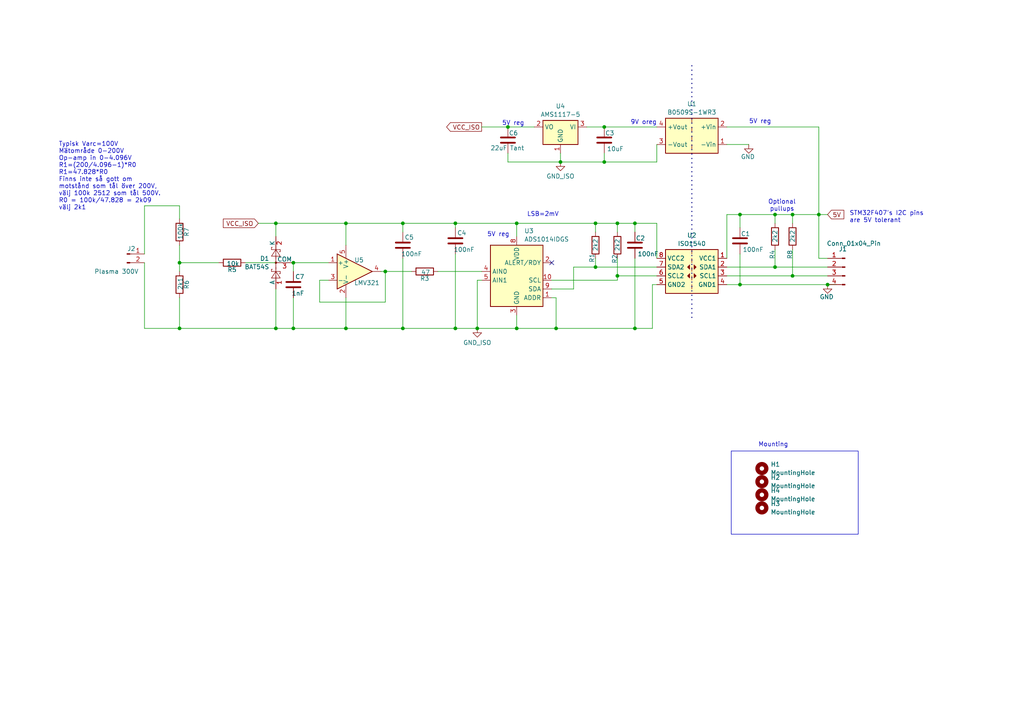
<source format=kicad_sch>
(kicad_sch
	(version 20231120)
	(generator "eeschema")
	(generator_version "8.0")
	(uuid "2f7c1153-70ce-434d-b080-3c6aade9d7b3")
	(paper "A4")
	(lib_symbols
		(symbol "Amplifier_Operational:LMV321"
			(pin_names
				(offset 0.127)
			)
			(exclude_from_sim no)
			(in_bom yes)
			(on_board yes)
			(property "Reference" "U"
				(at 0 5.08 0)
				(effects
					(font
						(size 1.27 1.27)
					)
					(justify left)
				)
			)
			(property "Value" "LMV321"
				(at 0 -5.08 0)
				(effects
					(font
						(size 1.27 1.27)
					)
					(justify left)
				)
			)
			(property "Footprint" ""
				(at 0 0 0)
				(effects
					(font
						(size 1.27 1.27)
					)
					(justify left)
					(hide yes)
				)
			)
			(property "Datasheet" "http://www.ti.com/lit/ds/symlink/lmv324.pdf"
				(at 0 0 0)
				(effects
					(font
						(size 1.27 1.27)
					)
					(hide yes)
				)
			)
			(property "Description" "Low-Voltage Rail-to-Rail Output Operational Amplifiers, SOT-23-5/SC-70-5"
				(at 0 0 0)
				(effects
					(font
						(size 1.27 1.27)
					)
					(hide yes)
				)
			)
			(property "ki_keywords" "single opamp"
				(at 0 0 0)
				(effects
					(font
						(size 1.27 1.27)
					)
					(hide yes)
				)
			)
			(property "ki_fp_filters" "SOT?23* *SC*70*"
				(at 0 0 0)
				(effects
					(font
						(size 1.27 1.27)
					)
					(hide yes)
				)
			)
			(symbol "LMV321_0_1"
				(polyline
					(pts
						(xy -5.08 5.08) (xy 5.08 0) (xy -5.08 -5.08) (xy -5.08 5.08)
					)
					(stroke
						(width 0.254)
						(type default)
					)
					(fill
						(type background)
					)
				)
				(pin power_in line
					(at -2.54 -7.62 90)
					(length 3.81)
					(name "V-"
						(effects
							(font
								(size 1.27 1.27)
							)
						)
					)
					(number "2"
						(effects
							(font
								(size 1.27 1.27)
							)
						)
					)
				)
				(pin power_in line
					(at -2.54 7.62 270)
					(length 3.81)
					(name "V+"
						(effects
							(font
								(size 1.27 1.27)
							)
						)
					)
					(number "5"
						(effects
							(font
								(size 1.27 1.27)
							)
						)
					)
				)
			)
			(symbol "LMV321_1_1"
				(pin input line
					(at -7.62 2.54 0)
					(length 2.54)
					(name "+"
						(effects
							(font
								(size 1.27 1.27)
							)
						)
					)
					(number "1"
						(effects
							(font
								(size 1.27 1.27)
							)
						)
					)
				)
				(pin input line
					(at -7.62 -2.54 0)
					(length 2.54)
					(name "-"
						(effects
							(font
								(size 1.27 1.27)
							)
						)
					)
					(number "3"
						(effects
							(font
								(size 1.27 1.27)
							)
						)
					)
				)
				(pin output line
					(at 7.62 0 180)
					(length 2.54)
					(name "~"
						(effects
							(font
								(size 1.27 1.27)
							)
						)
					)
					(number "4"
						(effects
							(font
								(size 1.27 1.27)
							)
						)
					)
				)
			)
		)
		(symbol "Analog_ADC:ADS1014IDGS"
			(exclude_from_sim no)
			(in_bom yes)
			(on_board yes)
			(property "Reference" "U"
				(at 2.54 13.97 0)
				(effects
					(font
						(size 1.27 1.27)
					)
				)
			)
			(property "Value" "ADS1014IDGS"
				(at 7.62 11.43 0)
				(effects
					(font
						(size 1.27 1.27)
					)
				)
			)
			(property "Footprint" "Package_SO:TSSOP-10_3x3mm_P0.5mm"
				(at 0 -12.7 0)
				(effects
					(font
						(size 1.27 1.27)
					)
					(hide yes)
				)
			)
			(property "Datasheet" "http://www.ti.com/lit/ds/symlink/ads1015.pdf"
				(at -1.27 -22.86 0)
				(effects
					(font
						(size 1.27 1.27)
					)
					(hide yes)
				)
			)
			(property "Description" "Ultra-Small, Low-Power, I2C-Compatible, 3.3-kSPS, 12-Bit ADCs With Internal Reference, Oscillator, and Programmable Comparator, VSSOP-10"
				(at 0 0 0)
				(effects
					(font
						(size 1.27 1.27)
					)
					(hide yes)
				)
			)
			(property "ki_keywords" "12 bit single channel I2C ADC"
				(at 0 0 0)
				(effects
					(font
						(size 1.27 1.27)
					)
					(hide yes)
				)
			)
			(property "ki_fp_filters" "TSSOP*3x3mm*P0.5mm*"
				(at 0 0 0)
				(effects
					(font
						(size 1.27 1.27)
					)
					(hide yes)
				)
			)
			(symbol "ADS1014IDGS_0_1"
				(rectangle
					(start -7.62 10.16)
					(end 7.62 -7.62)
					(stroke
						(width 0.254)
						(type default)
					)
					(fill
						(type background)
					)
				)
			)
			(symbol "ADS1014IDGS_1_1"
				(pin input line
					(at 10.16 -5.08 180)
					(length 2.54)
					(name "ADDR"
						(effects
							(font
								(size 1.27 1.27)
							)
						)
					)
					(number "1"
						(effects
							(font
								(size 1.27 1.27)
							)
						)
					)
				)
				(pin input line
					(at 10.16 0 180)
					(length 2.54)
					(name "SCL"
						(effects
							(font
								(size 1.27 1.27)
							)
						)
					)
					(number "10"
						(effects
							(font
								(size 1.27 1.27)
							)
						)
					)
				)
				(pin output line
					(at 10.16 5.08 180)
					(length 2.54)
					(name "ALERT/RDY"
						(effects
							(font
								(size 1.27 1.27)
							)
						)
					)
					(number "2"
						(effects
							(font
								(size 1.27 1.27)
							)
						)
					)
				)
				(pin power_in line
					(at 0 -10.16 90)
					(length 2.54)
					(name "GND"
						(effects
							(font
								(size 1.27 1.27)
							)
						)
					)
					(number "3"
						(effects
							(font
								(size 1.27 1.27)
							)
						)
					)
				)
				(pin input line
					(at -10.16 2.54 0)
					(length 2.54)
					(name "AIN0"
						(effects
							(font
								(size 1.27 1.27)
							)
						)
					)
					(number "4"
						(effects
							(font
								(size 1.27 1.27)
							)
						)
					)
				)
				(pin input line
					(at -10.16 0 0)
					(length 2.54)
					(name "AIN1"
						(effects
							(font
								(size 1.27 1.27)
							)
						)
					)
					(number "5"
						(effects
							(font
								(size 1.27 1.27)
							)
						)
					)
				)
				(pin no_connect line
					(at -7.62 7.62 0)
					(length 2.54) hide
					(name "~"
						(effects
							(font
								(size 1.27 1.27)
							)
						)
					)
					(number "6"
						(effects
							(font
								(size 1.27 1.27)
							)
						)
					)
				)
				(pin no_connect line
					(at -7.62 5.08 0)
					(length 2.54) hide
					(name "~"
						(effects
							(font
								(size 1.27 1.27)
							)
						)
					)
					(number "7"
						(effects
							(font
								(size 1.27 1.27)
							)
						)
					)
				)
				(pin power_in line
					(at 0 12.7 270)
					(length 2.54)
					(name "VDD"
						(effects
							(font
								(size 1.27 1.27)
							)
						)
					)
					(number "8"
						(effects
							(font
								(size 1.27 1.27)
							)
						)
					)
				)
				(pin bidirectional line
					(at 10.16 -2.54 180)
					(length 2.54)
					(name "SDA"
						(effects
							(font
								(size 1.27 1.27)
							)
						)
					)
					(number "9"
						(effects
							(font
								(size 1.27 1.27)
							)
						)
					)
				)
			)
		)
		(symbol "Connector:Conn_01x02_Pin"
			(pin_names
				(offset 1.016) hide)
			(exclude_from_sim no)
			(in_bom yes)
			(on_board yes)
			(property "Reference" "J"
				(at 0 2.54 0)
				(effects
					(font
						(size 1.27 1.27)
					)
				)
			)
			(property "Value" "Conn_01x02_Pin"
				(at 0 -5.08 0)
				(effects
					(font
						(size 1.27 1.27)
					)
				)
			)
			(property "Footprint" ""
				(at 0 0 0)
				(effects
					(font
						(size 1.27 1.27)
					)
					(hide yes)
				)
			)
			(property "Datasheet" "~"
				(at 0 0 0)
				(effects
					(font
						(size 1.27 1.27)
					)
					(hide yes)
				)
			)
			(property "Description" "Generic connector, single row, 01x02, script generated"
				(at 0 0 0)
				(effects
					(font
						(size 1.27 1.27)
					)
					(hide yes)
				)
			)
			(property "ki_locked" ""
				(at 0 0 0)
				(effects
					(font
						(size 1.27 1.27)
					)
				)
			)
			(property "ki_keywords" "connector"
				(at 0 0 0)
				(effects
					(font
						(size 1.27 1.27)
					)
					(hide yes)
				)
			)
			(property "ki_fp_filters" "Connector*:*_1x??_*"
				(at 0 0 0)
				(effects
					(font
						(size 1.27 1.27)
					)
					(hide yes)
				)
			)
			(symbol "Conn_01x02_Pin_1_1"
				(polyline
					(pts
						(xy 1.27 -2.54) (xy 0.8636 -2.54)
					)
					(stroke
						(width 0.1524)
						(type default)
					)
					(fill
						(type none)
					)
				)
				(polyline
					(pts
						(xy 1.27 0) (xy 0.8636 0)
					)
					(stroke
						(width 0.1524)
						(type default)
					)
					(fill
						(type none)
					)
				)
				(rectangle
					(start 0.8636 -2.413)
					(end 0 -2.667)
					(stroke
						(width 0.1524)
						(type default)
					)
					(fill
						(type outline)
					)
				)
				(rectangle
					(start 0.8636 0.127)
					(end 0 -0.127)
					(stroke
						(width 0.1524)
						(type default)
					)
					(fill
						(type outline)
					)
				)
				(pin passive line
					(at 5.08 0 180)
					(length 3.81)
					(name "Pin_1"
						(effects
							(font
								(size 1.27 1.27)
							)
						)
					)
					(number "1"
						(effects
							(font
								(size 1.27 1.27)
							)
						)
					)
				)
				(pin passive line
					(at 5.08 -2.54 180)
					(length 3.81)
					(name "Pin_2"
						(effects
							(font
								(size 1.27 1.27)
							)
						)
					)
					(number "2"
						(effects
							(font
								(size 1.27 1.27)
							)
						)
					)
				)
			)
		)
		(symbol "Connector:Conn_01x04_Pin"
			(pin_names
				(offset 1.016) hide)
			(exclude_from_sim no)
			(in_bom yes)
			(on_board yes)
			(property "Reference" "J"
				(at 0 5.08 0)
				(effects
					(font
						(size 1.27 1.27)
					)
				)
			)
			(property "Value" "Conn_01x04_Pin"
				(at 0 -7.62 0)
				(effects
					(font
						(size 1.27 1.27)
					)
				)
			)
			(property "Footprint" ""
				(at 0 0 0)
				(effects
					(font
						(size 1.27 1.27)
					)
					(hide yes)
				)
			)
			(property "Datasheet" "~"
				(at 0 0 0)
				(effects
					(font
						(size 1.27 1.27)
					)
					(hide yes)
				)
			)
			(property "Description" "Generic connector, single row, 01x04, script generated"
				(at 0 0 0)
				(effects
					(font
						(size 1.27 1.27)
					)
					(hide yes)
				)
			)
			(property "ki_locked" ""
				(at 0 0 0)
				(effects
					(font
						(size 1.27 1.27)
					)
				)
			)
			(property "ki_keywords" "connector"
				(at 0 0 0)
				(effects
					(font
						(size 1.27 1.27)
					)
					(hide yes)
				)
			)
			(property "ki_fp_filters" "Connector*:*_1x??_*"
				(at 0 0 0)
				(effects
					(font
						(size 1.27 1.27)
					)
					(hide yes)
				)
			)
			(symbol "Conn_01x04_Pin_1_1"
				(polyline
					(pts
						(xy 1.27 -5.08) (xy 0.8636 -5.08)
					)
					(stroke
						(width 0.1524)
						(type default)
					)
					(fill
						(type none)
					)
				)
				(polyline
					(pts
						(xy 1.27 -2.54) (xy 0.8636 -2.54)
					)
					(stroke
						(width 0.1524)
						(type default)
					)
					(fill
						(type none)
					)
				)
				(polyline
					(pts
						(xy 1.27 0) (xy 0.8636 0)
					)
					(stroke
						(width 0.1524)
						(type default)
					)
					(fill
						(type none)
					)
				)
				(polyline
					(pts
						(xy 1.27 2.54) (xy 0.8636 2.54)
					)
					(stroke
						(width 0.1524)
						(type default)
					)
					(fill
						(type none)
					)
				)
				(rectangle
					(start 0.8636 -4.953)
					(end 0 -5.207)
					(stroke
						(width 0.1524)
						(type default)
					)
					(fill
						(type outline)
					)
				)
				(rectangle
					(start 0.8636 -2.413)
					(end 0 -2.667)
					(stroke
						(width 0.1524)
						(type default)
					)
					(fill
						(type outline)
					)
				)
				(rectangle
					(start 0.8636 0.127)
					(end 0 -0.127)
					(stroke
						(width 0.1524)
						(type default)
					)
					(fill
						(type outline)
					)
				)
				(rectangle
					(start 0.8636 2.667)
					(end 0 2.413)
					(stroke
						(width 0.1524)
						(type default)
					)
					(fill
						(type outline)
					)
				)
				(pin passive line
					(at 5.08 2.54 180)
					(length 3.81)
					(name "Pin_1"
						(effects
							(font
								(size 1.27 1.27)
							)
						)
					)
					(number "1"
						(effects
							(font
								(size 1.27 1.27)
							)
						)
					)
				)
				(pin passive line
					(at 5.08 0 180)
					(length 3.81)
					(name "Pin_2"
						(effects
							(font
								(size 1.27 1.27)
							)
						)
					)
					(number "2"
						(effects
							(font
								(size 1.27 1.27)
							)
						)
					)
				)
				(pin passive line
					(at 5.08 -2.54 180)
					(length 3.81)
					(name "Pin_3"
						(effects
							(font
								(size 1.27 1.27)
							)
						)
					)
					(number "3"
						(effects
							(font
								(size 1.27 1.27)
							)
						)
					)
				)
				(pin passive line
					(at 5.08 -5.08 180)
					(length 3.81)
					(name "Pin_4"
						(effects
							(font
								(size 1.27 1.27)
							)
						)
					)
					(number "4"
						(effects
							(font
								(size 1.27 1.27)
							)
						)
					)
				)
			)
		)
		(symbol "Converter_DCDC:TEA1-0505"
			(exclude_from_sim no)
			(in_bom yes)
			(on_board yes)
			(property "Reference" "U"
				(at -7.62 6.35 0)
				(effects
					(font
						(size 1.27 1.27)
					)
					(justify left)
				)
			)
			(property "Value" "TEA1-0505"
				(at -2.54 6.35 0)
				(effects
					(font
						(size 1.27 1.27)
					)
					(justify left)
				)
			)
			(property "Footprint" "Converter_DCDC:Converter_DCDC_TRACO_TEA1-xxxx_THT"
				(at 0 -8.89 0)
				(effects
					(font
						(size 1.27 1.27)
					)
					(hide yes)
				)
			)
			(property "Datasheet" "https://www.tracopower.com/products/tea1.pdf"
				(at 0 -6.35 0)
				(effects
					(font
						(size 1.27 1.27)
					)
					(hide yes)
				)
			)
			(property "Description" "1W DC/DC converter unregulated, 4.5-5.5V input, 5V output voltage, 200mA output, 1.5kVDC isolation, SIP-4"
				(at 0 0 0)
				(effects
					(font
						(size 1.27 1.27)
					)
					(hide yes)
				)
			)
			(property "ki_keywords" "Traco isolated isolation dc-dc converter not-regulated non-regulated single 1W"
				(at 0 0 0)
				(effects
					(font
						(size 1.27 1.27)
					)
					(hide yes)
				)
			)
			(property "ki_fp_filters" "Converter*DCDC*TRACO*TEA1*THT*"
				(at 0 0 0)
				(effects
					(font
						(size 1.27 1.27)
					)
					(hide yes)
				)
			)
			(symbol "TEA1-0505_0_0"
				(pin power_in line
					(at -10.16 -2.54 0)
					(length 2.54)
					(name "-Vin"
						(effects
							(font
								(size 1.27 1.27)
							)
						)
					)
					(number "1"
						(effects
							(font
								(size 1.27 1.27)
							)
						)
					)
				)
				(pin power_in line
					(at -10.16 2.54 0)
					(length 2.54)
					(name "+Vin"
						(effects
							(font
								(size 1.27 1.27)
							)
						)
					)
					(number "2"
						(effects
							(font
								(size 1.27 1.27)
							)
						)
					)
				)
				(pin power_out line
					(at 10.16 -2.54 180)
					(length 2.54)
					(name "-Vout"
						(effects
							(font
								(size 1.27 1.27)
							)
						)
					)
					(number "3"
						(effects
							(font
								(size 1.27 1.27)
							)
						)
					)
				)
				(pin power_out line
					(at 10.16 2.54 180)
					(length 2.54)
					(name "+Vout"
						(effects
							(font
								(size 1.27 1.27)
							)
						)
					)
					(number "4"
						(effects
							(font
								(size 1.27 1.27)
							)
						)
					)
				)
			)
			(symbol "TEA1-0505_0_1"
				(rectangle
					(start -7.62 5.08)
					(end 7.62 -5.08)
					(stroke
						(width 0.254)
						(type default)
					)
					(fill
						(type background)
					)
				)
				(polyline
					(pts
						(xy 0 -2.54) (xy 0 -3.81)
					)
					(stroke
						(width 0)
						(type default)
					)
					(fill
						(type none)
					)
				)
				(polyline
					(pts
						(xy 0 0) (xy 0 -1.27)
					)
					(stroke
						(width 0)
						(type default)
					)
					(fill
						(type none)
					)
				)
				(polyline
					(pts
						(xy 0 2.54) (xy 0 1.27)
					)
					(stroke
						(width 0)
						(type default)
					)
					(fill
						(type none)
					)
				)
				(polyline
					(pts
						(xy 0 5.08) (xy 0 3.81)
					)
					(stroke
						(width 0)
						(type default)
					)
					(fill
						(type none)
					)
				)
			)
		)
		(symbol "Device:C"
			(pin_numbers hide)
			(pin_names
				(offset 0.254)
			)
			(exclude_from_sim no)
			(in_bom yes)
			(on_board yes)
			(property "Reference" "C"
				(at 0.635 2.54 0)
				(effects
					(font
						(size 1.27 1.27)
					)
					(justify left)
				)
			)
			(property "Value" "C"
				(at 0.635 -2.54 0)
				(effects
					(font
						(size 1.27 1.27)
					)
					(justify left)
				)
			)
			(property "Footprint" ""
				(at 0.9652 -3.81 0)
				(effects
					(font
						(size 1.27 1.27)
					)
					(hide yes)
				)
			)
			(property "Datasheet" "~"
				(at 0 0 0)
				(effects
					(font
						(size 1.27 1.27)
					)
					(hide yes)
				)
			)
			(property "Description" "Unpolarized capacitor"
				(at 0 0 0)
				(effects
					(font
						(size 1.27 1.27)
					)
					(hide yes)
				)
			)
			(property "ki_keywords" "cap capacitor"
				(at 0 0 0)
				(effects
					(font
						(size 1.27 1.27)
					)
					(hide yes)
				)
			)
			(property "ki_fp_filters" "C_*"
				(at 0 0 0)
				(effects
					(font
						(size 1.27 1.27)
					)
					(hide yes)
				)
			)
			(symbol "C_0_1"
				(polyline
					(pts
						(xy -2.032 -0.762) (xy 2.032 -0.762)
					)
					(stroke
						(width 0.508)
						(type default)
					)
					(fill
						(type none)
					)
				)
				(polyline
					(pts
						(xy -2.032 0.762) (xy 2.032 0.762)
					)
					(stroke
						(width 0.508)
						(type default)
					)
					(fill
						(type none)
					)
				)
			)
			(symbol "C_1_1"
				(pin passive line
					(at 0 3.81 270)
					(length 2.794)
					(name "~"
						(effects
							(font
								(size 1.27 1.27)
							)
						)
					)
					(number "1"
						(effects
							(font
								(size 1.27 1.27)
							)
						)
					)
				)
				(pin passive line
					(at 0 -3.81 90)
					(length 2.794)
					(name "~"
						(effects
							(font
								(size 1.27 1.27)
							)
						)
					)
					(number "2"
						(effects
							(font
								(size 1.27 1.27)
							)
						)
					)
				)
			)
		)
		(symbol "Device:R"
			(pin_numbers hide)
			(pin_names
				(offset 0)
			)
			(exclude_from_sim no)
			(in_bom yes)
			(on_board yes)
			(property "Reference" "R"
				(at 2.032 0 90)
				(effects
					(font
						(size 1.27 1.27)
					)
				)
			)
			(property "Value" "R"
				(at 0 0 90)
				(effects
					(font
						(size 1.27 1.27)
					)
				)
			)
			(property "Footprint" ""
				(at -1.778 0 90)
				(effects
					(font
						(size 1.27 1.27)
					)
					(hide yes)
				)
			)
			(property "Datasheet" "~"
				(at 0 0 0)
				(effects
					(font
						(size 1.27 1.27)
					)
					(hide yes)
				)
			)
			(property "Description" "Resistor"
				(at 0 0 0)
				(effects
					(font
						(size 1.27 1.27)
					)
					(hide yes)
				)
			)
			(property "ki_keywords" "R res resistor"
				(at 0 0 0)
				(effects
					(font
						(size 1.27 1.27)
					)
					(hide yes)
				)
			)
			(property "ki_fp_filters" "R_*"
				(at 0 0 0)
				(effects
					(font
						(size 1.27 1.27)
					)
					(hide yes)
				)
			)
			(symbol "R_0_1"
				(rectangle
					(start -1.016 -2.54)
					(end 1.016 2.54)
					(stroke
						(width 0.254)
						(type default)
					)
					(fill
						(type none)
					)
				)
			)
			(symbol "R_1_1"
				(pin passive line
					(at 0 3.81 270)
					(length 1.27)
					(name "~"
						(effects
							(font
								(size 1.27 1.27)
							)
						)
					)
					(number "1"
						(effects
							(font
								(size 1.27 1.27)
							)
						)
					)
				)
				(pin passive line
					(at 0 -3.81 90)
					(length 1.27)
					(name "~"
						(effects
							(font
								(size 1.27 1.27)
							)
						)
					)
					(number "2"
						(effects
							(font
								(size 1.27 1.27)
							)
						)
					)
				)
			)
		)
		(symbol "Diode:BAT54S"
			(pin_names
				(offset 0)
			)
			(exclude_from_sim no)
			(in_bom yes)
			(on_board yes)
			(property "Reference" "D"
				(at 2.54 -5.08 0)
				(effects
					(font
						(size 1.27 1.27)
					)
					(justify left)
				)
			)
			(property "Value" "BAT54S"
				(at -6.35 3.175 0)
				(effects
					(font
						(size 1.27 1.27)
					)
					(justify left)
				)
			)
			(property "Footprint" "Package_TO_SOT_SMD:SOT-23"
				(at 1.905 3.175 0)
				(effects
					(font
						(size 1.27 1.27)
					)
					(justify left)
					(hide yes)
				)
			)
			(property "Datasheet" "https://www.diodes.com/assets/Datasheets/ds11005.pdf"
				(at -3.048 0 0)
				(effects
					(font
						(size 1.27 1.27)
					)
					(hide yes)
				)
			)
			(property "Description" "Vr 30V, If 200mA, Dual schottky barrier diode, in series, SOT-323"
				(at 0 0 0)
				(effects
					(font
						(size 1.27 1.27)
					)
					(hide yes)
				)
			)
			(property "ki_keywords" "schottky diode"
				(at 0 0 0)
				(effects
					(font
						(size 1.27 1.27)
					)
					(hide yes)
				)
			)
			(property "ki_fp_filters" "SOT?23*"
				(at 0 0 0)
				(effects
					(font
						(size 1.27 1.27)
					)
					(hide yes)
				)
			)
			(symbol "BAT54S_0_1"
				(polyline
					(pts
						(xy -3.81 0) (xy -1.27 0)
					)
					(stroke
						(width 0)
						(type default)
					)
					(fill
						(type none)
					)
				)
				(polyline
					(pts
						(xy -3.175 -1.27) (xy -3.175 -1.016)
					)
					(stroke
						(width 0)
						(type default)
					)
					(fill
						(type none)
					)
				)
				(polyline
					(pts
						(xy -2.54 -1.27) (xy -3.175 -1.27)
					)
					(stroke
						(width 0)
						(type default)
					)
					(fill
						(type none)
					)
				)
				(polyline
					(pts
						(xy -2.54 -1.27) (xy -2.54 1.27)
					)
					(stroke
						(width 0)
						(type default)
					)
					(fill
						(type none)
					)
				)
				(polyline
					(pts
						(xy -2.54 1.27) (xy -1.905 1.27)
					)
					(stroke
						(width 0)
						(type default)
					)
					(fill
						(type none)
					)
				)
				(polyline
					(pts
						(xy -1.905 0) (xy 1.905 0)
					)
					(stroke
						(width 0)
						(type default)
					)
					(fill
						(type none)
					)
				)
				(polyline
					(pts
						(xy -1.905 1.27) (xy -1.905 1.016)
					)
					(stroke
						(width 0)
						(type default)
					)
					(fill
						(type none)
					)
				)
				(polyline
					(pts
						(xy 1.27 0) (xy 3.81 0)
					)
					(stroke
						(width 0)
						(type default)
					)
					(fill
						(type none)
					)
				)
				(polyline
					(pts
						(xy 3.175 -1.27) (xy 3.175 -1.016)
					)
					(stroke
						(width 0)
						(type default)
					)
					(fill
						(type none)
					)
				)
				(polyline
					(pts
						(xy 3.81 -1.27) (xy 3.175 -1.27)
					)
					(stroke
						(width 0)
						(type default)
					)
					(fill
						(type none)
					)
				)
				(polyline
					(pts
						(xy 3.81 -1.27) (xy 3.81 1.27)
					)
					(stroke
						(width 0)
						(type default)
					)
					(fill
						(type none)
					)
				)
				(polyline
					(pts
						(xy 3.81 1.27) (xy 4.445 1.27)
					)
					(stroke
						(width 0)
						(type default)
					)
					(fill
						(type none)
					)
				)
				(polyline
					(pts
						(xy 4.445 1.27) (xy 4.445 1.016)
					)
					(stroke
						(width 0)
						(type default)
					)
					(fill
						(type none)
					)
				)
				(polyline
					(pts
						(xy -4.445 1.27) (xy -4.445 -1.27) (xy -2.54 0) (xy -4.445 1.27)
					)
					(stroke
						(width 0)
						(type default)
					)
					(fill
						(type none)
					)
				)
				(polyline
					(pts
						(xy 1.905 1.27) (xy 1.905 -1.27) (xy 3.81 0) (xy 1.905 1.27)
					)
					(stroke
						(width 0)
						(type default)
					)
					(fill
						(type none)
					)
				)
				(circle
					(center 0 0)
					(radius 0.254)
					(stroke
						(width 0)
						(type default)
					)
					(fill
						(type outline)
					)
				)
			)
			(symbol "BAT54S_1_1"
				(pin passive line
					(at -7.62 0 0)
					(length 3.81)
					(name "A"
						(effects
							(font
								(size 1.27 1.27)
							)
						)
					)
					(number "1"
						(effects
							(font
								(size 1.27 1.27)
							)
						)
					)
				)
				(pin passive line
					(at 7.62 0 180)
					(length 3.81)
					(name "K"
						(effects
							(font
								(size 1.27 1.27)
							)
						)
					)
					(number "2"
						(effects
							(font
								(size 1.27 1.27)
							)
						)
					)
				)
				(pin passive line
					(at 0 -5.08 90)
					(length 5.08)
					(name "COM"
						(effects
							(font
								(size 1.27 1.27)
							)
						)
					)
					(number "3"
						(effects
							(font
								(size 1.27 1.27)
							)
						)
					)
				)
			)
		)
		(symbol "Isolator:ISO1540"
			(exclude_from_sim no)
			(in_bom yes)
			(on_board yes)
			(property "Reference" "U"
				(at -6.35 6.35 0)
				(effects
					(font
						(size 1.27 1.27)
					)
				)
			)
			(property "Value" "ISO1540"
				(at 3.81 6.35 0)
				(effects
					(font
						(size 1.27 1.27)
					)
				)
			)
			(property "Footprint" "Package_SO:SOIC-8_3.9x4.9mm_P1.27mm"
				(at 0 -8.89 0)
				(effects
					(font
						(size 1.27 1.27)
					)
					(hide yes)
				)
			)
			(property "Datasheet" "http://www.ti.com/lit/ds/symlink/iso1541.pdf"
				(at 0 1.27 0)
				(effects
					(font
						(size 1.27 1.27)
					)
					(hide yes)
				)
			)
			(property "Description" "I2C Isolator, 2.5 kVrms, Bidirectional clock and data, SOIC-8"
				(at 0 0 0)
				(effects
					(font
						(size 1.27 1.27)
					)
					(hide yes)
				)
			)
			(property "ki_keywords" "digital isolator i2c"
				(at 0 0 0)
				(effects
					(font
						(size 1.27 1.27)
					)
					(hide yes)
				)
			)
			(property "ki_fp_filters" "SOIC*3.9x4.9mm*P1.27mm*"
				(at 0 0 0)
				(effects
					(font
						(size 1.27 1.27)
					)
					(hide yes)
				)
			)
			(symbol "ISO1540_0_1"
				(rectangle
					(start -7.62 5.08)
					(end 7.62 -7.62)
					(stroke
						(width 0.254)
						(type default)
					)
					(fill
						(type background)
					)
				)
				(rectangle
					(start 0 -5.08)
					(end 0 -6.35)
					(stroke
						(width 0)
						(type default)
					)
					(fill
						(type none)
					)
				)
				(polyline
					(pts
						(xy 0 -2.54) (xy 0 -3.81)
					)
					(stroke
						(width 0)
						(type default)
					)
					(fill
						(type none)
					)
				)
				(polyline
					(pts
						(xy 0 0) (xy 0 -1.27)
					)
					(stroke
						(width 0)
						(type default)
					)
					(fill
						(type none)
					)
				)
				(polyline
					(pts
						(xy 0 2.54) (xy 0 1.27)
					)
					(stroke
						(width 0)
						(type default)
					)
					(fill
						(type none)
					)
				)
				(polyline
					(pts
						(xy 0 5.08) (xy 0 3.81)
					)
					(stroke
						(width 0)
						(type default)
					)
					(fill
						(type none)
					)
				)
				(polyline
					(pts
						(xy -0.635 0.635) (xy -1.27 0) (xy -0.635 -0.635) (xy -0.635 0.635)
					)
					(stroke
						(width 0)
						(type default)
					)
					(fill
						(type outline)
					)
				)
				(polyline
					(pts
						(xy 0.635 -1.905) (xy 1.27 -2.54) (xy 0.635 -3.175) (xy 0.635 -1.905)
					)
					(stroke
						(width 0)
						(type default)
					)
					(fill
						(type outline)
					)
				)
				(polyline
					(pts
						(xy 0.635 0.635) (xy 1.27 0) (xy 0.635 -0.635) (xy 0.635 0.635)
					)
					(stroke
						(width 0)
						(type default)
					)
					(fill
						(type outline)
					)
				)
			)
			(symbol "ISO1540_1_1"
				(polyline
					(pts
						(xy -0.635 -1.905) (xy -1.27 -2.54) (xy -0.635 -3.175) (xy -0.635 -1.905)
					)
					(stroke
						(width 0)
						(type default)
					)
					(fill
						(type outline)
					)
				)
				(pin power_in line
					(at -10.16 2.54 0)
					(length 2.54)
					(name "VCC1"
						(effects
							(font
								(size 1.27 1.27)
							)
						)
					)
					(number "1"
						(effects
							(font
								(size 1.27 1.27)
							)
						)
					)
				)
				(pin bidirectional line
					(at -10.16 0 0)
					(length 2.54)
					(name "SDA1"
						(effects
							(font
								(size 1.27 1.27)
							)
						)
					)
					(number "2"
						(effects
							(font
								(size 1.27 1.27)
							)
						)
					)
				)
				(pin bidirectional line
					(at -10.16 -2.54 0)
					(length 2.54)
					(name "SCL1"
						(effects
							(font
								(size 1.27 1.27)
							)
						)
					)
					(number "3"
						(effects
							(font
								(size 1.27 1.27)
							)
						)
					)
				)
				(pin power_in line
					(at -10.16 -5.08 0)
					(length 2.54)
					(name "GND1"
						(effects
							(font
								(size 1.27 1.27)
							)
						)
					)
					(number "4"
						(effects
							(font
								(size 1.27 1.27)
							)
						)
					)
				)
				(pin power_in line
					(at 10.16 -5.08 180)
					(length 2.54)
					(name "GND2"
						(effects
							(font
								(size 1.27 1.27)
							)
						)
					)
					(number "5"
						(effects
							(font
								(size 1.27 1.27)
							)
						)
					)
				)
				(pin bidirectional line
					(at 10.16 -2.54 180)
					(length 2.54)
					(name "SCL2"
						(effects
							(font
								(size 1.27 1.27)
							)
						)
					)
					(number "6"
						(effects
							(font
								(size 1.27 1.27)
							)
						)
					)
				)
				(pin bidirectional line
					(at 10.16 0 180)
					(length 2.54)
					(name "SDA2"
						(effects
							(font
								(size 1.27 1.27)
							)
						)
					)
					(number "7"
						(effects
							(font
								(size 1.27 1.27)
							)
						)
					)
				)
				(pin power_in line
					(at 10.16 2.54 180)
					(length 2.54)
					(name "VCC2"
						(effects
							(font
								(size 1.27 1.27)
							)
						)
					)
					(number "8"
						(effects
							(font
								(size 1.27 1.27)
							)
						)
					)
				)
			)
		)
		(symbol "Mechanical:MountingHole"
			(pin_names
				(offset 1.016)
			)
			(exclude_from_sim yes)
			(in_bom no)
			(on_board yes)
			(property "Reference" "H"
				(at 0 5.08 0)
				(effects
					(font
						(size 1.27 1.27)
					)
				)
			)
			(property "Value" "MountingHole"
				(at 0 3.175 0)
				(effects
					(font
						(size 1.27 1.27)
					)
				)
			)
			(property "Footprint" ""
				(at 0 0 0)
				(effects
					(font
						(size 1.27 1.27)
					)
					(hide yes)
				)
			)
			(property "Datasheet" "~"
				(at 0 0 0)
				(effects
					(font
						(size 1.27 1.27)
					)
					(hide yes)
				)
			)
			(property "Description" "Mounting Hole without connection"
				(at 0 0 0)
				(effects
					(font
						(size 1.27 1.27)
					)
					(hide yes)
				)
			)
			(property "ki_keywords" "mounting hole"
				(at 0 0 0)
				(effects
					(font
						(size 1.27 1.27)
					)
					(hide yes)
				)
			)
			(property "ki_fp_filters" "MountingHole*"
				(at 0 0 0)
				(effects
					(font
						(size 1.27 1.27)
					)
					(hide yes)
				)
			)
			(symbol "MountingHole_0_1"
				(circle
					(center 0 0)
					(radius 1.27)
					(stroke
						(width 1.27)
						(type default)
					)
					(fill
						(type none)
					)
				)
			)
		)
		(symbol "Regulator_Linear:AMS1117-3.3"
			(exclude_from_sim no)
			(in_bom yes)
			(on_board yes)
			(property "Reference" "U"
				(at -3.81 3.175 0)
				(effects
					(font
						(size 1.27 1.27)
					)
				)
			)
			(property "Value" "AMS1117-3.3"
				(at 0 3.175 0)
				(effects
					(font
						(size 1.27 1.27)
					)
					(justify left)
				)
			)
			(property "Footprint" "Package_TO_SOT_SMD:SOT-223-3_TabPin2"
				(at 0 5.08 0)
				(effects
					(font
						(size 1.27 1.27)
					)
					(hide yes)
				)
			)
			(property "Datasheet" "http://www.advanced-monolithic.com/pdf/ds1117.pdf"
				(at 2.54 -6.35 0)
				(effects
					(font
						(size 1.27 1.27)
					)
					(hide yes)
				)
			)
			(property "Description" "1A Low Dropout regulator, positive, 3.3V fixed output, SOT-223"
				(at 0 0 0)
				(effects
					(font
						(size 1.27 1.27)
					)
					(hide yes)
				)
			)
			(property "ki_keywords" "linear regulator ldo fixed positive"
				(at 0 0 0)
				(effects
					(font
						(size 1.27 1.27)
					)
					(hide yes)
				)
			)
			(property "ki_fp_filters" "SOT?223*TabPin2*"
				(at 0 0 0)
				(effects
					(font
						(size 1.27 1.27)
					)
					(hide yes)
				)
			)
			(symbol "AMS1117-3.3_0_1"
				(rectangle
					(start -5.08 -5.08)
					(end 5.08 1.905)
					(stroke
						(width 0.254)
						(type default)
					)
					(fill
						(type background)
					)
				)
			)
			(symbol "AMS1117-3.3_1_1"
				(pin power_in line
					(at 0 -7.62 90)
					(length 2.54)
					(name "GND"
						(effects
							(font
								(size 1.27 1.27)
							)
						)
					)
					(number "1"
						(effects
							(font
								(size 1.27 1.27)
							)
						)
					)
				)
				(pin power_out line
					(at 7.62 0 180)
					(length 2.54)
					(name "VO"
						(effects
							(font
								(size 1.27 1.27)
							)
						)
					)
					(number "2"
						(effects
							(font
								(size 1.27 1.27)
							)
						)
					)
				)
				(pin power_in line
					(at -7.62 0 0)
					(length 2.54)
					(name "VI"
						(effects
							(font
								(size 1.27 1.27)
							)
						)
					)
					(number "3"
						(effects
							(font
								(size 1.27 1.27)
							)
						)
					)
				)
			)
		)
		(symbol "power:GND"
			(power)
			(pin_numbers hide)
			(pin_names
				(offset 0) hide)
			(exclude_from_sim no)
			(in_bom yes)
			(on_board yes)
			(property "Reference" "#PWR"
				(at 0 -6.35 0)
				(effects
					(font
						(size 1.27 1.27)
					)
					(hide yes)
				)
			)
			(property "Value" "GND"
				(at 0 -3.81 0)
				(effects
					(font
						(size 1.27 1.27)
					)
				)
			)
			(property "Footprint" ""
				(at 0 0 0)
				(effects
					(font
						(size 1.27 1.27)
					)
					(hide yes)
				)
			)
			(property "Datasheet" ""
				(at 0 0 0)
				(effects
					(font
						(size 1.27 1.27)
					)
					(hide yes)
				)
			)
			(property "Description" "Power symbol creates a global label with name \"GND\" , ground"
				(at 0 0 0)
				(effects
					(font
						(size 1.27 1.27)
					)
					(hide yes)
				)
			)
			(property "ki_keywords" "global power"
				(at 0 0 0)
				(effects
					(font
						(size 1.27 1.27)
					)
					(hide yes)
				)
			)
			(symbol "GND_0_1"
				(polyline
					(pts
						(xy 0 0) (xy 0 -1.27) (xy 1.27 -1.27) (xy 0 -2.54) (xy -1.27 -1.27) (xy 0 -1.27)
					)
					(stroke
						(width 0)
						(type default)
					)
					(fill
						(type none)
					)
				)
			)
			(symbol "GND_1_1"
				(pin power_in line
					(at 0 0 270)
					(length 0)
					(name "~"
						(effects
							(font
								(size 1.27 1.27)
							)
						)
					)
					(number "1"
						(effects
							(font
								(size 1.27 1.27)
							)
						)
					)
				)
			)
		)
		(symbol "power:GND1"
			(power)
			(pin_numbers hide)
			(pin_names
				(offset 0) hide)
			(exclude_from_sim no)
			(in_bom yes)
			(on_board yes)
			(property "Reference" "#PWR"
				(at 0 -6.35 0)
				(effects
					(font
						(size 1.27 1.27)
					)
					(hide yes)
				)
			)
			(property "Value" "GND1"
				(at 0 -3.81 0)
				(effects
					(font
						(size 1.27 1.27)
					)
				)
			)
			(property "Footprint" ""
				(at 0 0 0)
				(effects
					(font
						(size 1.27 1.27)
					)
					(hide yes)
				)
			)
			(property "Datasheet" ""
				(at 0 0 0)
				(effects
					(font
						(size 1.27 1.27)
					)
					(hide yes)
				)
			)
			(property "Description" "Power symbol creates a global label with name \"GND1\" , ground"
				(at 0 0 0)
				(effects
					(font
						(size 1.27 1.27)
					)
					(hide yes)
				)
			)
			(property "ki_keywords" "global power"
				(at 0 0 0)
				(effects
					(font
						(size 1.27 1.27)
					)
					(hide yes)
				)
			)
			(symbol "GND1_0_1"
				(polyline
					(pts
						(xy 0 0) (xy 0 -1.27) (xy 1.27 -1.27) (xy 0 -2.54) (xy -1.27 -1.27) (xy 0 -1.27)
					)
					(stroke
						(width 0)
						(type default)
					)
					(fill
						(type none)
					)
				)
			)
			(symbol "GND1_1_1"
				(pin power_in line
					(at 0 0 270)
					(length 0)
					(name "~"
						(effects
							(font
								(size 1.27 1.27)
							)
						)
					)
					(number "1"
						(effects
							(font
								(size 1.27 1.27)
							)
						)
					)
				)
			)
		)
	)
	(junction
		(at 175.26 36.83)
		(diameter 0)
		(color 0 0 0 0)
		(uuid "04605b74-d893-413d-977b-45295784f62e")
	)
	(junction
		(at 175.26 46.99)
		(diameter 0)
		(color 0 0 0 0)
		(uuid "15b3247d-2f54-4572-9e75-28c11daee088")
	)
	(junction
		(at 138.43 95.25)
		(diameter 0)
		(color 0 0 0 0)
		(uuid "2a5dc2b2-c88d-41cb-baca-a15f06f06989")
	)
	(junction
		(at 149.86 64.77)
		(diameter 0)
		(color 0 0 0 0)
		(uuid "2f3ed700-9792-4c60-a696-d43ad32611ae")
	)
	(junction
		(at 85.09 76.2)
		(diameter 0)
		(color 0 0 0 0)
		(uuid "3f9b4f31-710c-49cd-9e10-bf52353c7f9c")
	)
	(junction
		(at 147.32 36.83)
		(diameter 0)
		(color 0 0 0 0)
		(uuid "407eddcb-930d-4c52-94b4-96f8b9a0896e")
	)
	(junction
		(at 184.15 95.25)
		(diameter 0)
		(color 0 0 0 0)
		(uuid "478de721-a729-492f-a034-60e62ecafa5b")
	)
	(junction
		(at 229.87 80.01)
		(diameter 0)
		(color 0 0 0 0)
		(uuid "50066f7e-fd83-4390-adb1-84511e978869")
	)
	(junction
		(at 224.79 62.23)
		(diameter 0)
		(color 0 0 0 0)
		(uuid "506ce297-3280-4afc-bf80-ccf7afa58921")
	)
	(junction
		(at 172.72 77.47)
		(diameter 0)
		(color 0 0 0 0)
		(uuid "56a8ac46-6c2d-4c59-b2c7-123057e34f74")
	)
	(junction
		(at 149.86 95.25)
		(diameter 0)
		(color 0 0 0 0)
		(uuid "618b6e34-b66d-46c4-8fb5-4486959e3df9")
	)
	(junction
		(at 132.08 64.77)
		(diameter 0)
		(color 0 0 0 0)
		(uuid "64d32385-d896-4224-878f-0895fe5bef82")
	)
	(junction
		(at 172.72 64.77)
		(diameter 0)
		(color 0 0 0 0)
		(uuid "6b13d4e1-e458-458c-b92e-5494a9ad5475")
	)
	(junction
		(at 132.08 95.25)
		(diameter 0)
		(color 0 0 0 0)
		(uuid "6bb5b76f-9e74-43a0-bcac-eb6673a6959b")
	)
	(junction
		(at 229.87 62.23)
		(diameter 0)
		(color 0 0 0 0)
		(uuid "714ab092-445d-4b6a-a455-9601aaf8636e")
	)
	(junction
		(at 100.33 95.25)
		(diameter 0)
		(color 0 0 0 0)
		(uuid "871999c9-3542-4ed6-8dd4-09d6a9ef3287")
	)
	(junction
		(at 161.29 95.25)
		(diameter 0)
		(color 0 0 0 0)
		(uuid "8b550349-3686-4c94-8834-065230bde06c")
	)
	(junction
		(at 237.49 62.23)
		(diameter 0)
		(color 0 0 0 0)
		(uuid "9376b68a-6106-47f1-8d08-7af6479c8aa3")
	)
	(junction
		(at 214.63 82.55)
		(diameter 0)
		(color 0 0 0 0)
		(uuid "a392d238-016c-4fd2-8c9a-f3ea0888fc82")
	)
	(junction
		(at 80.01 95.25)
		(diameter 0)
		(color 0 0 0 0)
		(uuid "a55831b6-8b76-45d9-bc13-738bd2b8d10d")
	)
	(junction
		(at 224.79 77.47)
		(diameter 0)
		(color 0 0 0 0)
		(uuid "ab1e15f5-5e63-4fa5-be06-d4185e80c303")
	)
	(junction
		(at 179.07 64.77)
		(diameter 0)
		(color 0 0 0 0)
		(uuid "ab77a82e-4a3c-4cbe-9fde-27ceb6592ce7")
	)
	(junction
		(at 111.76 78.74)
		(diameter 0)
		(color 0 0 0 0)
		(uuid "ac6cfd0c-716a-4575-8d60-9751d50f0950")
	)
	(junction
		(at 116.84 95.25)
		(diameter 0)
		(color 0 0 0 0)
		(uuid "c341045e-8370-4980-bd94-fbadc41e8c74")
	)
	(junction
		(at 100.33 64.77)
		(diameter 0)
		(color 0 0 0 0)
		(uuid "ce1c7b79-cecf-49fe-bc77-d82f1357a293")
	)
	(junction
		(at 85.09 95.25)
		(diameter 0)
		(color 0 0 0 0)
		(uuid "d29bd8d9-0003-44c5-a028-7d538debb195")
	)
	(junction
		(at 179.07 80.01)
		(diameter 0)
		(color 0 0 0 0)
		(uuid "dc0786d4-562d-4e8b-b9c3-cb4b0942a353")
	)
	(junction
		(at 214.63 62.23)
		(diameter 0)
		(color 0 0 0 0)
		(uuid "e23b9bb4-8ec6-44af-8578-dc1a4b7a9e28")
	)
	(junction
		(at 184.15 64.77)
		(diameter 0)
		(color 0 0 0 0)
		(uuid "e8f6982d-ac50-48e7-804f-6735d5b94613")
	)
	(junction
		(at 80.01 64.77)
		(diameter 0)
		(color 0 0 0 0)
		(uuid "eafe1a0e-528d-4903-8cff-f54568574e9f")
	)
	(junction
		(at 52.07 95.25)
		(diameter 0)
		(color 0 0 0 0)
		(uuid "ebc5ada9-939c-4560-b159-e838e6eaff05")
	)
	(junction
		(at 240.03 82.55)
		(diameter 0)
		(color 0 0 0 0)
		(uuid "f18b0bfe-f2d8-47b9-9ab9-3bc3cca76495")
	)
	(junction
		(at 162.56 46.99)
		(diameter 0)
		(color 0 0 0 0)
		(uuid "f1f56f34-fe19-41f2-b10f-181e1ec234b6")
	)
	(junction
		(at 116.84 64.77)
		(diameter 0)
		(color 0 0 0 0)
		(uuid "f47e5676-0655-4c2d-b083-61c867bcff33")
	)
	(junction
		(at 52.07 76.2)
		(diameter 0)
		(color 0 0 0 0)
		(uuid "fccf4d7e-0052-45db-98ff-219930806e68")
	)
	(no_connect
		(at 160.02 76.2)
		(uuid "957a577e-1c63-45f9-8fd5-34a04beb9f96")
	)
	(wire
		(pts
			(xy 210.82 62.23) (xy 210.82 74.93)
		)
		(stroke
			(width 0)
			(type default)
		)
		(uuid "04a96b7f-5442-49e0-b5d2-0fae8bd07c6a")
	)
	(wire
		(pts
			(xy 41.91 59.69) (xy 41.91 73.66)
		)
		(stroke
			(width 0)
			(type default)
		)
		(uuid "04c7f815-b533-4b03-ad83-4e79ecc9cec1")
	)
	(wire
		(pts
			(xy 184.15 64.77) (xy 179.07 64.77)
		)
		(stroke
			(width 0)
			(type default)
		)
		(uuid "0718b523-238b-4f86-839a-9d6f36ef5aed")
	)
	(wire
		(pts
			(xy 237.49 62.23) (xy 240.03 62.23)
		)
		(stroke
			(width 0)
			(type default)
		)
		(uuid "09025718-cdf8-4b20-875f-c26848952154")
	)
	(wire
		(pts
			(xy 214.63 62.23) (xy 224.79 62.23)
		)
		(stroke
			(width 0)
			(type default)
		)
		(uuid "0cf662b6-b112-4771-bae7-1b94c0e1e18c")
	)
	(wire
		(pts
			(xy 52.07 71.12) (xy 52.07 76.2)
		)
		(stroke
			(width 0)
			(type default)
		)
		(uuid "0d29298e-c05d-49de-a4b5-04bee0bbadde")
	)
	(wire
		(pts
			(xy 127 78.74) (xy 139.7 78.74)
		)
		(stroke
			(width 0)
			(type default)
		)
		(uuid "0d8fdc85-676d-4db3-a782-6fa85e9c036a")
	)
	(wire
		(pts
			(xy 85.09 76.2) (xy 85.09 78.74)
		)
		(stroke
			(width 0)
			(type default)
		)
		(uuid "0e6b9738-4e47-4c2f-9457-2be0cd0e49a8")
	)
	(wire
		(pts
			(xy 95.25 81.28) (xy 92.71 81.28)
		)
		(stroke
			(width 0)
			(type default)
		)
		(uuid "0fe41fb8-1ba8-4f66-b303-1e1e577d7db1")
	)
	(wire
		(pts
			(xy 80.01 95.25) (xy 85.09 95.25)
		)
		(stroke
			(width 0)
			(type default)
		)
		(uuid "109fe7fb-e2d9-4ece-873f-275cb257c568")
	)
	(wire
		(pts
			(xy 85.09 76.2) (xy 95.25 76.2)
		)
		(stroke
			(width 0)
			(type default)
		)
		(uuid "11cee972-772b-4fbe-8716-c4c77e962fa8")
	)
	(wire
		(pts
			(xy 100.33 64.77) (xy 100.33 71.12)
		)
		(stroke
			(width 0)
			(type default)
		)
		(uuid "124e1ce0-48ce-49d8-af31-8fc44320842b")
	)
	(wire
		(pts
			(xy 80.01 64.77) (xy 80.01 68.58)
		)
		(stroke
			(width 0)
			(type default)
		)
		(uuid "1372f0e7-bd4a-49cf-8a61-69216aad9b61")
	)
	(wire
		(pts
			(xy 190.5 74.93) (xy 190.5 64.77)
		)
		(stroke
			(width 0)
			(type default)
		)
		(uuid "141f3430-85f8-4c9b-b1a8-ea20bba08a63")
	)
	(wire
		(pts
			(xy 80.01 64.77) (xy 100.33 64.77)
		)
		(stroke
			(width 0)
			(type default)
		)
		(uuid "16506198-2c0a-46cf-ba92-1f340b824e04")
	)
	(wire
		(pts
			(xy 116.84 64.77) (xy 132.08 64.77)
		)
		(stroke
			(width 0)
			(type default)
		)
		(uuid "196789cc-8dd8-4398-9333-33eaa385419c")
	)
	(wire
		(pts
			(xy 170.18 36.83) (xy 175.26 36.83)
		)
		(stroke
			(width 0)
			(type default)
		)
		(uuid "1b048bfb-2553-42da-b88b-466255b05eb6")
	)
	(wire
		(pts
			(xy 210.82 82.55) (xy 214.63 82.55)
		)
		(stroke
			(width 0)
			(type default)
		)
		(uuid "1d76de51-f4ce-44b3-b57d-d82f4578ee87")
	)
	(wire
		(pts
			(xy 179.07 64.77) (xy 172.72 64.77)
		)
		(stroke
			(width 0)
			(type default)
		)
		(uuid "2241f008-de09-41c1-8c7a-d4c5763bb372")
	)
	(wire
		(pts
			(xy 71.12 76.2) (xy 85.09 76.2)
		)
		(stroke
			(width 0)
			(type default)
		)
		(uuid "2450ddad-9396-4bd4-8e1b-29122562e70c")
	)
	(wire
		(pts
			(xy 111.76 78.74) (xy 110.49 78.74)
		)
		(stroke
			(width 0)
			(type default)
		)
		(uuid "2481f2b4-2153-4799-9c6c-5c32ea00af88")
	)
	(wire
		(pts
			(xy 179.07 74.93) (xy 179.07 80.01)
		)
		(stroke
			(width 0)
			(type default)
		)
		(uuid "291e8213-91a5-4eb4-8182-bd0dbf9155f0")
	)
	(wire
		(pts
			(xy 214.63 73.66) (xy 214.63 82.55)
		)
		(stroke
			(width 0)
			(type default)
		)
		(uuid "2aa7fe18-28e3-4f95-a6f3-3e568537a7c8")
	)
	(wire
		(pts
			(xy 237.49 62.23) (xy 237.49 74.93)
		)
		(stroke
			(width 0)
			(type default)
		)
		(uuid "2b67f988-cb18-4d7e-bbe7-178c0d5709ae")
	)
	(wire
		(pts
			(xy 92.71 87.63) (xy 111.76 87.63)
		)
		(stroke
			(width 0)
			(type default)
		)
		(uuid "2be24a43-a939-4d42-8bc4-8d47140eb6be")
	)
	(wire
		(pts
			(xy 111.76 87.63) (xy 111.76 78.74)
		)
		(stroke
			(width 0)
			(type default)
		)
		(uuid "30a141bd-ef5b-44b5-b7f9-cad5b290058c")
	)
	(wire
		(pts
			(xy 149.86 95.25) (xy 138.43 95.25)
		)
		(stroke
			(width 0)
			(type default)
		)
		(uuid "3107b4d2-290f-4058-8aaa-54ae9c2284b8")
	)
	(wire
		(pts
			(xy 92.71 81.28) (xy 92.71 87.63)
		)
		(stroke
			(width 0)
			(type default)
		)
		(uuid "310939df-f33f-4a50-a1f9-2782fc65b793")
	)
	(wire
		(pts
			(xy 132.08 73.66) (xy 132.08 95.25)
		)
		(stroke
			(width 0)
			(type default)
		)
		(uuid "368b29f6-ff3d-46cd-90a0-3a0c2998bc1e")
	)
	(wire
		(pts
			(xy 237.49 74.93) (xy 240.03 74.93)
		)
		(stroke
			(width 0)
			(type default)
		)
		(uuid "384b87ab-f4c9-412e-9e92-7df2e7e689cc")
	)
	(wire
		(pts
			(xy 147.32 36.83) (xy 154.94 36.83)
		)
		(stroke
			(width 0)
			(type default)
		)
		(uuid "3a33b688-a321-4cce-81b9-08b18bd99b5f")
	)
	(wire
		(pts
			(xy 184.15 95.25) (xy 161.29 95.25)
		)
		(stroke
			(width 0)
			(type default)
		)
		(uuid "3aa71ef1-6c01-425a-906b-3b9a8691de4b")
	)
	(wire
		(pts
			(xy 149.86 64.77) (xy 172.72 64.77)
		)
		(stroke
			(width 0)
			(type default)
		)
		(uuid "3dbbaaae-586b-415e-8f74-68efa4867618")
	)
	(wire
		(pts
			(xy 184.15 64.77) (xy 184.15 67.31)
		)
		(stroke
			(width 0)
			(type default)
		)
		(uuid "40bd774c-af3f-4198-aff0-c853fed1eeae")
	)
	(wire
		(pts
			(xy 210.82 77.47) (xy 224.79 77.47)
		)
		(stroke
			(width 0)
			(type default)
		)
		(uuid "42ecabc7-2bf1-49fa-8df1-97f4407ed84e")
	)
	(bus
		(pts
			(xy 200.66 19.05) (xy 200.66 92.71)
		)
		(stroke
			(width 0)
			(type dot)
		)
		(uuid "44ddcc29-0be9-4644-9f3b-67ffb146b30a")
	)
	(wire
		(pts
			(xy 179.07 81.28) (xy 179.07 80.01)
		)
		(stroke
			(width 0)
			(type default)
		)
		(uuid "4532c664-9b80-4bbc-ad31-7f5e479bc2d5")
	)
	(wire
		(pts
			(xy 210.82 80.01) (xy 229.87 80.01)
		)
		(stroke
			(width 0)
			(type default)
		)
		(uuid "485c5bc4-677b-405f-a7db-8060ead6af65")
	)
	(wire
		(pts
			(xy 132.08 64.77) (xy 149.86 64.77)
		)
		(stroke
			(width 0)
			(type default)
		)
		(uuid "4a13c183-0052-4698-86d3-ca6589e80b75")
	)
	(wire
		(pts
			(xy 138.43 81.28) (xy 139.7 81.28)
		)
		(stroke
			(width 0)
			(type default)
		)
		(uuid "4b18663b-29bc-4f23-ba67-133d253b530f")
	)
	(wire
		(pts
			(xy 52.07 86.36) (xy 52.07 95.25)
		)
		(stroke
			(width 0)
			(type default)
		)
		(uuid "4b6d21b4-efb9-4054-9890-95e605807d8f")
	)
	(wire
		(pts
			(xy 214.63 82.55) (xy 240.03 82.55)
		)
		(stroke
			(width 0)
			(type default)
		)
		(uuid "4bf40b62-ab9d-45e2-b45f-4235c2daf038")
	)
	(wire
		(pts
			(xy 229.87 62.23) (xy 229.87 64.77)
		)
		(stroke
			(width 0)
			(type default)
		)
		(uuid "4d61e851-23ef-4ef0-bb37-a3abbf0b2312")
	)
	(wire
		(pts
			(xy 161.29 86.36) (xy 161.29 95.25)
		)
		(stroke
			(width 0)
			(type default)
		)
		(uuid "503f24f1-ad51-4da3-892a-153d6e6ab9f3")
	)
	(wire
		(pts
			(xy 116.84 95.25) (xy 132.08 95.25)
		)
		(stroke
			(width 0)
			(type default)
		)
		(uuid "51a857c8-d97c-40ba-88de-50ad006f54ce")
	)
	(wire
		(pts
			(xy 229.87 62.23) (xy 237.49 62.23)
		)
		(stroke
			(width 0)
			(type default)
		)
		(uuid "5429a0a1-e746-4c36-a234-c8c6858ed06f")
	)
	(wire
		(pts
			(xy 229.87 80.01) (xy 240.03 80.01)
		)
		(stroke
			(width 0)
			(type default)
		)
		(uuid "54a24044-6e1a-4634-9dbe-194cbfb3741f")
	)
	(wire
		(pts
			(xy 224.79 72.39) (xy 224.79 77.47)
		)
		(stroke
			(width 0)
			(type default)
		)
		(uuid "5562e09f-f70c-4370-a42d-56a1b81028e0")
	)
	(wire
		(pts
			(xy 189.23 95.25) (xy 184.15 95.25)
		)
		(stroke
			(width 0)
			(type default)
		)
		(uuid "57a7f881-f1df-42de-bcec-41ba25ee26ec")
	)
	(wire
		(pts
			(xy 52.07 63.5) (xy 52.07 59.69)
		)
		(stroke
			(width 0)
			(type default)
		)
		(uuid "589c977e-58fc-410f-806e-6b70a5771310")
	)
	(wire
		(pts
			(xy 189.23 82.55) (xy 190.5 82.55)
		)
		(stroke
			(width 0)
			(type default)
		)
		(uuid "5abb2c2c-c354-4f74-a790-bf0d352b8329")
	)
	(wire
		(pts
			(xy 111.76 78.74) (xy 119.38 78.74)
		)
		(stroke
			(width 0)
			(type default)
		)
		(uuid "5d24e17c-e8c5-4e08-a612-6a2477d89b34")
	)
	(wire
		(pts
			(xy 138.43 81.28) (xy 138.43 95.25)
		)
		(stroke
			(width 0)
			(type default)
		)
		(uuid "63bb8318-a1fb-4d40-818c-db5fcf32fb4c")
	)
	(wire
		(pts
			(xy 74.93 64.77) (xy 80.01 64.77)
		)
		(stroke
			(width 0)
			(type default)
		)
		(uuid "67b79817-d1da-4d67-8e7f-743d47cc2d81")
	)
	(wire
		(pts
			(xy 179.07 64.77) (xy 179.07 67.31)
		)
		(stroke
			(width 0)
			(type default)
		)
		(uuid "6c591d3d-58e5-4f48-b17d-7d7918520110")
	)
	(wire
		(pts
			(xy 52.07 78.74) (xy 52.07 76.2)
		)
		(stroke
			(width 0)
			(type default)
		)
		(uuid "7337ca15-d7d1-4898-b2a7-6916e1b9f721")
	)
	(wire
		(pts
			(xy 139.7 36.83) (xy 147.32 36.83)
		)
		(stroke
			(width 0)
			(type default)
		)
		(uuid "75474e26-c620-4772-b953-5064337d4031")
	)
	(wire
		(pts
			(xy 210.82 36.83) (xy 237.49 36.83)
		)
		(stroke
			(width 0)
			(type default)
		)
		(uuid "75a5b8ae-465f-4346-aa82-63a5fa50062d")
	)
	(wire
		(pts
			(xy 172.72 77.47) (xy 190.5 77.47)
		)
		(stroke
			(width 0)
			(type default)
		)
		(uuid "77113c7b-dfed-4fc8-8770-313dfd6223ed")
	)
	(wire
		(pts
			(xy 190.5 64.77) (xy 184.15 64.77)
		)
		(stroke
			(width 0)
			(type default)
		)
		(uuid "78163b8a-cb00-41ed-8225-8b97ac258998")
	)
	(wire
		(pts
			(xy 214.63 62.23) (xy 214.63 66.04)
		)
		(stroke
			(width 0)
			(type default)
		)
		(uuid "87756b85-41ea-448f-ada9-31547d4a4eec")
	)
	(wire
		(pts
			(xy 160.02 86.36) (xy 161.29 86.36)
		)
		(stroke
			(width 0)
			(type default)
		)
		(uuid "8806756f-82db-4b42-9798-5de8d78d450d")
	)
	(wire
		(pts
			(xy 172.72 74.93) (xy 172.72 77.47)
		)
		(stroke
			(width 0)
			(type default)
		)
		(uuid "8d9f5bea-25c0-4ff5-a9d1-1f1b8390173c")
	)
	(wire
		(pts
			(xy 85.09 95.25) (xy 100.33 95.25)
		)
		(stroke
			(width 0)
			(type default)
		)
		(uuid "8e2ddd19-ad03-4d61-9125-aefdaf05d0c4")
	)
	(wire
		(pts
			(xy 147.32 44.45) (xy 147.32 46.99)
		)
		(stroke
			(width 0)
			(type default)
		)
		(uuid "8e4aeada-b70a-4184-9287-7c0bdabe3fac")
	)
	(wire
		(pts
			(xy 224.79 62.23) (xy 224.79 64.77)
		)
		(stroke
			(width 0)
			(type default)
		)
		(uuid "8ecf6bb8-0cbe-45df-91d6-54fc61a7fe65")
	)
	(wire
		(pts
			(xy 166.37 83.82) (xy 166.37 77.47)
		)
		(stroke
			(width 0)
			(type default)
		)
		(uuid "952da81d-5531-410a-8bf1-e420eb51fbbb")
	)
	(wire
		(pts
			(xy 224.79 62.23) (xy 229.87 62.23)
		)
		(stroke
			(width 0)
			(type default)
		)
		(uuid "97111296-6c9d-4a3a-b2ff-3b1ac35660c7")
	)
	(wire
		(pts
			(xy 160.02 81.28) (xy 179.07 81.28)
		)
		(stroke
			(width 0)
			(type default)
		)
		(uuid "9bd32c42-fd97-40d1-baf1-82d35429a32d")
	)
	(wire
		(pts
			(xy 149.86 91.44) (xy 149.86 95.25)
		)
		(stroke
			(width 0)
			(type default)
		)
		(uuid "9ed77dd2-cff0-4afd-ad07-18076bd7e48b")
	)
	(wire
		(pts
			(xy 242.57 82.55) (xy 240.03 82.55)
		)
		(stroke
			(width 0)
			(type default)
		)
		(uuid "9f228bb8-f064-4131-889b-444f79d8133b")
	)
	(wire
		(pts
			(xy 116.84 64.77) (xy 116.84 67.31)
		)
		(stroke
			(width 0)
			(type default)
		)
		(uuid "a30b13a0-4cc9-49d8-9dac-f996ec68ea07")
	)
	(wire
		(pts
			(xy 100.33 95.25) (xy 116.84 95.25)
		)
		(stroke
			(width 0)
			(type default)
		)
		(uuid "a5cff2f3-32a5-484b-aa42-37b32a1c9377")
	)
	(wire
		(pts
			(xy 175.26 44.45) (xy 175.26 46.99)
		)
		(stroke
			(width 0)
			(type default)
		)
		(uuid "a7d128dd-19cc-4a7e-b81a-dee9367fa8e9")
	)
	(wire
		(pts
			(xy 161.29 95.25) (xy 149.86 95.25)
		)
		(stroke
			(width 0)
			(type default)
		)
		(uuid "a9bf54a5-03f6-4a59-915c-32f1a30b9061")
	)
	(wire
		(pts
			(xy 52.07 76.2) (xy 63.5 76.2)
		)
		(stroke
			(width 0)
			(type default)
		)
		(uuid "aee6edcf-20c1-42b7-82c8-7696457a073a")
	)
	(wire
		(pts
			(xy 190.5 46.99) (xy 175.26 46.99)
		)
		(stroke
			(width 0)
			(type default)
		)
		(uuid "b3018633-0bd5-48db-9966-f35fc0734264")
	)
	(wire
		(pts
			(xy 210.82 41.91) (xy 217.17 41.91)
		)
		(stroke
			(width 0)
			(type default)
		)
		(uuid "b4e85dce-0a8a-4beb-8d33-baff46ced852")
	)
	(wire
		(pts
			(xy 184.15 74.93) (xy 184.15 95.25)
		)
		(stroke
			(width 0)
			(type default)
		)
		(uuid "b731768f-a821-4220-afd5-18d189895b54")
	)
	(wire
		(pts
			(xy 175.26 46.99) (xy 162.56 46.99)
		)
		(stroke
			(width 0)
			(type default)
		)
		(uuid "bfdbd828-5484-4d7b-a78f-f3b8d6720fb6")
	)
	(wire
		(pts
			(xy 166.37 77.47) (xy 172.72 77.47)
		)
		(stroke
			(width 0)
			(type default)
		)
		(uuid "c0fee893-c5b6-479c-b808-eb2d138a45d5")
	)
	(wire
		(pts
			(xy 160.02 83.82) (xy 166.37 83.82)
		)
		(stroke
			(width 0)
			(type default)
		)
		(uuid "c1990f71-edf8-4783-b7a6-84c591d1b237")
	)
	(wire
		(pts
			(xy 237.49 36.83) (xy 237.49 62.23)
		)
		(stroke
			(width 0)
			(type default)
		)
		(uuid "c2c12216-dc77-4f00-bd89-696b18043c76")
	)
	(wire
		(pts
			(xy 190.5 41.91) (xy 190.5 46.99)
		)
		(stroke
			(width 0)
			(type default)
		)
		(uuid "c327c239-87ad-4559-9c48-87a204fcf799")
	)
	(wire
		(pts
			(xy 189.23 82.55) (xy 189.23 95.25)
		)
		(stroke
			(width 0)
			(type default)
		)
		(uuid "c5ffefb7-19c5-4a5e-89c7-b68fe2801aa0")
	)
	(wire
		(pts
			(xy 100.33 86.36) (xy 100.33 95.25)
		)
		(stroke
			(width 0)
			(type default)
		)
		(uuid "c68a9b7f-9717-4d1a-a565-0d752d4ef2d8")
	)
	(wire
		(pts
			(xy 179.07 80.01) (xy 190.5 80.01)
		)
		(stroke
			(width 0)
			(type default)
		)
		(uuid "c7080461-6b2a-4832-b367-b6eb449d04e5")
	)
	(wire
		(pts
			(xy 229.87 72.39) (xy 229.87 80.01)
		)
		(stroke
			(width 0)
			(type default)
		)
		(uuid "ca142921-33a1-4111-a7ae-d7a2b5fd712a")
	)
	(wire
		(pts
			(xy 224.79 77.47) (xy 240.03 77.47)
		)
		(stroke
			(width 0)
			(type default)
		)
		(uuid "d4e88982-acbe-4a0c-b727-2f241649813f")
	)
	(wire
		(pts
			(xy 52.07 59.69) (xy 41.91 59.69)
		)
		(stroke
			(width 0)
			(type default)
		)
		(uuid "de61667a-4e33-4506-b301-b7ddb36a1e85")
	)
	(wire
		(pts
			(xy 175.26 36.83) (xy 190.5 36.83)
		)
		(stroke
			(width 0)
			(type default)
		)
		(uuid "e3e140d6-6a11-4469-8676-b76174d2a2c9")
	)
	(wire
		(pts
			(xy 100.33 64.77) (xy 116.84 64.77)
		)
		(stroke
			(width 0)
			(type default)
		)
		(uuid "e5c4487b-710f-4b70-b2de-03e20567b0db")
	)
	(wire
		(pts
			(xy 132.08 66.04) (xy 132.08 64.77)
		)
		(stroke
			(width 0)
			(type default)
		)
		(uuid "e73c203b-9337-42f1-8401-b845b56ad9b8")
	)
	(wire
		(pts
			(xy 52.07 95.25) (xy 80.01 95.25)
		)
		(stroke
			(width 0)
			(type default)
		)
		(uuid "e78ad1d9-3eef-494c-ae16-793f13f912a1")
	)
	(wire
		(pts
			(xy 210.82 62.23) (xy 214.63 62.23)
		)
		(stroke
			(width 0)
			(type default)
		)
		(uuid "e9007d8e-9b81-4df2-8a32-3fab4a8b013c")
	)
	(wire
		(pts
			(xy 162.56 46.99) (xy 162.56 44.45)
		)
		(stroke
			(width 0)
			(type default)
		)
		(uuid "ed143321-7248-4839-b83b-85f00b19be66")
	)
	(wire
		(pts
			(xy 116.84 74.93) (xy 116.84 95.25)
		)
		(stroke
			(width 0)
			(type default)
		)
		(uuid "ee0fe99b-6e7e-49d7-8c2b-f1f6436bc995")
	)
	(wire
		(pts
			(xy 80.01 83.82) (xy 80.01 95.25)
		)
		(stroke
			(width 0)
			(type default)
		)
		(uuid "ef4e02b2-b169-4a86-961c-1960b1303519")
	)
	(wire
		(pts
			(xy 41.91 76.2) (xy 41.91 95.25)
		)
		(stroke
			(width 0)
			(type default)
		)
		(uuid "f06e791e-af9f-47dc-97f9-b8e44d82a5ef")
	)
	(wire
		(pts
			(xy 172.72 64.77) (xy 172.72 67.31)
		)
		(stroke
			(width 0)
			(type default)
		)
		(uuid "f11a2d5c-6cf5-4152-a49d-8ebbcd16ac9c")
	)
	(wire
		(pts
			(xy 147.32 46.99) (xy 162.56 46.99)
		)
		(stroke
			(width 0)
			(type default)
		)
		(uuid "f1d98b76-d297-4d63-918a-342f48a0c17f")
	)
	(wire
		(pts
			(xy 132.08 95.25) (xy 138.43 95.25)
		)
		(stroke
			(width 0)
			(type default)
		)
		(uuid "f65d4aa7-3a5b-4ff2-8a6a-21c45c96e38c")
	)
	(wire
		(pts
			(xy 149.86 64.77) (xy 149.86 68.58)
		)
		(stroke
			(width 0)
			(type default)
		)
		(uuid "f6bad33f-85d1-4750-8ee5-e0f1d6f16d48")
	)
	(wire
		(pts
			(xy 41.91 95.25) (xy 52.07 95.25)
		)
		(stroke
			(width 0)
			(type default)
		)
		(uuid "f775de03-3ecc-4335-b5c8-3c26171bc8a9")
	)
	(wire
		(pts
			(xy 85.09 86.36) (xy 85.09 95.25)
		)
		(stroke
			(width 0)
			(type default)
		)
		(uuid "f9856822-8dd6-444e-a9ec-841c2c145d35")
	)
	(rectangle
		(start 212.09 130.81)
		(end 248.92 154.94)
		(stroke
			(width 0)
			(type default)
		)
		(fill
			(type none)
		)
		(uuid a9d0f8c2-7075-4e26-83e8-15065199ba8a)
	)
	(text "Mounting"
		(exclude_from_sim no)
		(at 224.282 129.032 0)
		(effects
			(font
				(size 1.27 1.27)
			)
		)
		(uuid "27e903f8-2cda-408a-b35c-af8280e3ce25")
	)
	(text "5V reg"
		(exclude_from_sim no)
		(at 220.472 35.306 0)
		(effects
			(font
				(size 1.27 1.27)
			)
		)
		(uuid "2aa1d0e2-4380-49bd-9a18-a922465fda4d")
	)
	(text "5V reg"
		(exclude_from_sim no)
		(at 144.526 68.072 0)
		(effects
			(font
				(size 1.27 1.27)
			)
		)
		(uuid "43850d09-f04b-413e-bfce-8a67da266b05")
	)
	(text "STM32F407's I2C pins\nare 5V tolerant"
		(exclude_from_sim no)
		(at 246.38 61.214 0)
		(effects
			(font
				(size 1.27 1.27)
			)
			(justify left top)
		)
		(uuid "62a2efc3-374f-4b51-9a93-c953521d8ed6")
	)
	(text "9V oreg"
		(exclude_from_sim no)
		(at 186.69 35.56 0)
		(effects
			(font
				(size 1.27 1.27)
			)
		)
		(uuid "68b879cd-2d22-4920-8107-66cb1715df90")
	)
	(text "LSB=2mV"
		(exclude_from_sim no)
		(at 157.48 62.23 0)
		(effects
			(font
				(size 1.27 1.27)
			)
		)
		(uuid "7162745f-75d5-42a1-aa5e-b9ed33b3e618")
	)
	(text "5V reg"
		(exclude_from_sim no)
		(at 148.844 35.814 0)
		(effects
			(font
				(size 1.27 1.27)
			)
		)
		(uuid "df56f7ac-826c-40a4-abc7-ebd3b2b28cb4")
	)
	(text "Optional\npullups"
		(exclude_from_sim no)
		(at 226.822 59.69 0)
		(effects
			(font
				(size 1.27 1.27)
			)
		)
		(uuid "e6457f2b-a609-4bd6-a4c9-2139e65f0018")
	)
	(text "Typisk Varc=100V\nMätområde 0-200V\nOp-amp in 0-4.096V\nR1=(200/4.096-1)*R0\nR1=47.828*R0\nFinns inte så gott om\nmotstånd som tål över 200V,\nvälj 100k 2512 som tål 500V.\nR0 = 100k/47.828 = 2k09\nvälj 2k1"
		(exclude_from_sim no)
		(at 17.018 41.148 0)
		(effects
			(font
				(size 1.27 1.27)
			)
			(justify left top)
		)
		(uuid "ea58bc70-4f6e-4531-a3dc-85a4585c9265")
	)
	(global_label "5V"
		(shape input)
		(at 240.03 62.23 0)
		(fields_autoplaced yes)
		(effects
			(font
				(size 1.27 1.27)
			)
			(justify left)
		)
		(uuid "997d89e5-22a5-47b1-9786-7f3624f1c31b")
		(property "Intersheetrefs" "${INTERSHEET_REFS}"
			(at 245.3133 62.23 0)
			(effects
				(font
					(size 1.27 1.27)
				)
				(justify left)
				(hide yes)
			)
		)
	)
	(global_label "VCC_ISO"
		(shape output)
		(at 139.7 36.83 180)
		(fields_autoplaced yes)
		(effects
			(font
				(size 1.27 1.27)
			)
			(justify right)
		)
		(uuid "e151551c-6d9c-47d7-81f7-a5b1f5744481")
		(property "Intersheetrefs" "${INTERSHEET_REFS}"
			(at 128.9738 36.83 0)
			(effects
				(font
					(size 1.27 1.27)
				)
				(justify right)
				(hide yes)
			)
		)
	)
	(global_label "VCC_ISO"
		(shape input)
		(at 74.93 64.77 180)
		(fields_autoplaced yes)
		(effects
			(font
				(size 1.27 1.27)
			)
			(justify right)
		)
		(uuid "f757ffc5-e0e8-4c04-939d-3053bc94e9a7")
		(property "Intersheetrefs" "${INTERSHEET_REFS}"
			(at 64.2038 64.77 0)
			(effects
				(font
					(size 1.27 1.27)
				)
				(justify right)
				(hide yes)
			)
		)
	)
	(symbol
		(lib_id "Device:R")
		(at 52.07 82.55 0)
		(unit 1)
		(exclude_from_sim no)
		(in_bom yes)
		(on_board yes)
		(dnp no)
		(uuid "02ac516c-d6bb-4e4f-be87-e81f0fe6e116")
		(property "Reference" "R6"
			(at 54.102 82.55 90)
			(effects
				(font
					(size 1.27 1.27)
				)
			)
		)
		(property "Value" "2k1"
			(at 52.324 82.296 90)
			(effects
				(font
					(size 1.27 1.27)
				)
			)
		)
		(property "Footprint" "Resistor_SMD:R_0805_2012Metric"
			(at 50.292 82.55 90)
			(effects
				(font
					(size 1.27 1.27)
				)
				(hide yes)
			)
		)
		(property "Datasheet" "~"
			(at 52.07 82.55 0)
			(effects
				(font
					(size 1.27 1.27)
				)
				(hide yes)
			)
		)
		(property "Description" "Resistor"
			(at 52.07 82.55 0)
			(effects
				(font
					(size 1.27 1.27)
				)
				(hide yes)
			)
		)
		(pin "2"
			(uuid "154d9bd4-a2d1-48fe-b774-57a36e5a6235")
		)
		(pin "1"
			(uuid "1665b895-39f6-474a-a659-6b79767cd61c")
		)
		(instances
			(project "THCIC"
				(path "/2f7c1153-70ce-434d-b080-3c6aade9d7b3"
					(reference "R6")
					(unit 1)
				)
			)
		)
	)
	(symbol
		(lib_id "Device:R")
		(at 179.07 71.12 0)
		(unit 1)
		(exclude_from_sim no)
		(in_bom yes)
		(on_board yes)
		(dnp no)
		(uuid "057ff8c6-456a-484e-88ad-2b99ea31d376")
		(property "Reference" "R2"
			(at 178.308 76.454 90)
			(effects
				(font
					(size 1.27 1.27)
				)
				(justify left)
			)
		)
		(property "Value" "2k2"
			(at 179.07 72.898 90)
			(effects
				(font
					(size 1.27 1.27)
				)
				(justify left)
			)
		)
		(property "Footprint" "Resistor_SMD:R_0805_2012Metric"
			(at 177.292 71.12 90)
			(effects
				(font
					(size 1.27 1.27)
				)
				(hide yes)
			)
		)
		(property "Datasheet" "~"
			(at 179.07 71.12 0)
			(effects
				(font
					(size 1.27 1.27)
				)
				(hide yes)
			)
		)
		(property "Description" "Resistor"
			(at 179.07 71.12 0)
			(effects
				(font
					(size 1.27 1.27)
				)
				(hide yes)
			)
		)
		(pin "2"
			(uuid "081fe92b-4008-4f0b-89ec-5d89d9255b75")
		)
		(pin "1"
			(uuid "050397d3-d1cf-4234-9d8a-95ec801851aa")
		)
		(instances
			(project "THCIC"
				(path "/2f7c1153-70ce-434d-b080-3c6aade9d7b3"
					(reference "R2")
					(unit 1)
				)
			)
		)
	)
	(symbol
		(lib_id "Mechanical:MountingHole")
		(at 220.98 139.7 0)
		(unit 1)
		(exclude_from_sim yes)
		(in_bom no)
		(on_board yes)
		(dnp no)
		(fields_autoplaced yes)
		(uuid "16840c9c-f009-445b-809d-ad6f9c769100")
		(property "Reference" "H2"
			(at 223.52 138.4878 0)
			(effects
				(font
					(size 1.27 1.27)
				)
				(justify left)
			)
		)
		(property "Value" "MountingHole"
			(at 223.52 140.9121 0)
			(effects
				(font
					(size 1.27 1.27)
				)
				(justify left)
			)
		)
		(property "Footprint" "MountingHole:MountingHole_3.2mm_M3"
			(at 220.98 139.7 0)
			(effects
				(font
					(size 1.27 1.27)
				)
				(hide yes)
			)
		)
		(property "Datasheet" "~"
			(at 220.98 139.7 0)
			(effects
				(font
					(size 1.27 1.27)
				)
				(hide yes)
			)
		)
		(property "Description" "Mounting Hole without connection"
			(at 220.98 139.7 0)
			(effects
				(font
					(size 1.27 1.27)
				)
				(hide yes)
			)
		)
		(instances
			(project "THCIC"
				(path "/2f7c1153-70ce-434d-b080-3c6aade9d7b3"
					(reference "H2")
					(unit 1)
				)
			)
		)
	)
	(symbol
		(lib_id "Amplifier_Operational:LMV321")
		(at 102.87 78.74 0)
		(unit 1)
		(exclude_from_sim no)
		(in_bom yes)
		(on_board yes)
		(dnp no)
		(uuid "28c40ad9-5f2d-430c-8b70-b3919ffee934")
		(property "Reference" "U5"
			(at 104.14 75.438 0)
			(effects
				(font
					(size 1.27 1.27)
				)
			)
		)
		(property "Value" "LMV321"
			(at 106.426 82.042 0)
			(effects
				(font
					(size 1.27 1.27)
				)
			)
		)
		(property "Footprint" "Package_TO_SOT_SMD:SOT-23-5"
			(at 102.87 78.74 0)
			(effects
				(font
					(size 1.27 1.27)
				)
				(justify left)
				(hide yes)
			)
		)
		(property "Datasheet" "http://www.ti.com/lit/ds/symlink/lmv324.pdf"
			(at 102.87 78.74 0)
			(effects
				(font
					(size 1.27 1.27)
				)
				(hide yes)
			)
		)
		(property "Description" "Low-Voltage Rail-to-Rail Output Operational Amplifiers, SOT-23-5/SC-70-5"
			(at 102.87 78.74 0)
			(effects
				(font
					(size 1.27 1.27)
				)
				(hide yes)
			)
		)
		(pin "2"
			(uuid "3979621e-a9fb-4d88-ab28-7e6a65e968cc")
		)
		(pin "3"
			(uuid "4edd9f65-b4b1-4763-b515-4805e05f4365")
		)
		(pin "4"
			(uuid "aed5c0a3-aadd-4966-bc80-dc1d02b3bccc")
		)
		(pin "1"
			(uuid "d52b4e19-5438-4715-8db9-8423ad0609d0")
		)
		(pin "5"
			(uuid "2e3a6a3d-ffc0-4318-bd3a-a70681c6d3d0")
		)
		(instances
			(project ""
				(path "/2f7c1153-70ce-434d-b080-3c6aade9d7b3"
					(reference "U5")
					(unit 1)
				)
			)
		)
	)
	(symbol
		(lib_id "power:GND1")
		(at 162.56 46.99 0)
		(unit 1)
		(exclude_from_sim no)
		(in_bom yes)
		(on_board yes)
		(dnp no)
		(fields_autoplaced yes)
		(uuid "2ea6d4e3-297c-48d8-a2ec-a237ed527aef")
		(property "Reference" "#PWR02"
			(at 162.56 53.34 0)
			(effects
				(font
					(size 1.27 1.27)
				)
				(hide yes)
			)
		)
		(property "Value" "GND_ISO"
			(at 162.56 51.1231 0)
			(effects
				(font
					(size 1.27 1.27)
				)
			)
		)
		(property "Footprint" ""
			(at 162.56 46.99 0)
			(effects
				(font
					(size 1.27 1.27)
				)
				(hide yes)
			)
		)
		(property "Datasheet" ""
			(at 162.56 46.99 0)
			(effects
				(font
					(size 1.27 1.27)
				)
				(hide yes)
			)
		)
		(property "Description" "Power symbol creates a global label with name \"GND1\" , ground"
			(at 162.56 46.99 0)
			(effects
				(font
					(size 1.27 1.27)
				)
				(hide yes)
			)
		)
		(pin "1"
			(uuid "5daa011c-faf9-475b-b569-eb1e1fda2ab6")
		)
		(instances
			(project "THCIC"
				(path "/2f7c1153-70ce-434d-b080-3c6aade9d7b3"
					(reference "#PWR02")
					(unit 1)
				)
			)
		)
	)
	(symbol
		(lib_id "power:GND")
		(at 240.03 82.55 0)
		(unit 1)
		(exclude_from_sim no)
		(in_bom yes)
		(on_board yes)
		(dnp no)
		(uuid "3076a3c7-9366-4bf3-b678-0c72e13ee5dd")
		(property "Reference" "#PWR03"
			(at 240.03 88.9 0)
			(effects
				(font
					(size 1.27 1.27)
				)
				(hide yes)
			)
		)
		(property "Value" "GND"
			(at 241.808 86.106 0)
			(effects
				(font
					(size 1.27 1.27)
				)
				(justify right)
			)
		)
		(property "Footprint" ""
			(at 240.03 82.55 0)
			(effects
				(font
					(size 1.27 1.27)
				)
				(hide yes)
			)
		)
		(property "Datasheet" ""
			(at 240.03 82.55 0)
			(effects
				(font
					(size 1.27 1.27)
				)
				(hide yes)
			)
		)
		(property "Description" "Power symbol creates a global label with name \"GND\" , ground"
			(at 240.03 82.55 0)
			(effects
				(font
					(size 1.27 1.27)
				)
				(hide yes)
			)
		)
		(pin "1"
			(uuid "8fdb599f-f30f-4c24-aeb6-0adead4d1d59")
		)
		(instances
			(project ""
				(path "/2f7c1153-70ce-434d-b080-3c6aade9d7b3"
					(reference "#PWR03")
					(unit 1)
				)
			)
		)
	)
	(symbol
		(lib_id "Mechanical:MountingHole")
		(at 220.98 143.51 0)
		(unit 1)
		(exclude_from_sim yes)
		(in_bom no)
		(on_board yes)
		(dnp no)
		(fields_autoplaced yes)
		(uuid "309cf554-7dea-456d-be45-443beb1eb356")
		(property "Reference" "H4"
			(at 223.52 142.2978 0)
			(effects
				(font
					(size 1.27 1.27)
				)
				(justify left)
			)
		)
		(property "Value" "MountingHole"
			(at 223.52 144.7221 0)
			(effects
				(font
					(size 1.27 1.27)
				)
				(justify left)
			)
		)
		(property "Footprint" "MountingHole:MountingHole_3.2mm_M3"
			(at 220.98 143.51 0)
			(effects
				(font
					(size 1.27 1.27)
				)
				(hide yes)
			)
		)
		(property "Datasheet" "~"
			(at 220.98 143.51 0)
			(effects
				(font
					(size 1.27 1.27)
				)
				(hide yes)
			)
		)
		(property "Description" "Mounting Hole without connection"
			(at 220.98 143.51 0)
			(effects
				(font
					(size 1.27 1.27)
				)
				(hide yes)
			)
		)
		(instances
			(project "THCIC"
				(path "/2f7c1153-70ce-434d-b080-3c6aade9d7b3"
					(reference "H4")
					(unit 1)
				)
			)
		)
	)
	(symbol
		(lib_id "Isolator:ISO1540")
		(at 200.66 77.47 0)
		(mirror y)
		(unit 1)
		(exclude_from_sim no)
		(in_bom yes)
		(on_board yes)
		(dnp no)
		(uuid "340849b1-12ac-4491-8830-ab80f1036d26")
		(property "Reference" "U2"
			(at 200.66 68.2455 0)
			(effects
				(font
					(size 1.27 1.27)
				)
			)
		)
		(property "Value" "ISO1540"
			(at 200.66 70.6698 0)
			(effects
				(font
					(size 1.27 1.27)
				)
			)
		)
		(property "Footprint" "Package_SO:SOIC-8_3.9x4.9mm_P1.27mm"
			(at 200.66 86.36 0)
			(effects
				(font
					(size 1.27 1.27)
				)
				(hide yes)
			)
		)
		(property "Datasheet" "http://www.ti.com/lit/ds/symlink/iso1541.pdf"
			(at 200.66 76.2 0)
			(effects
				(font
					(size 1.27 1.27)
				)
				(hide yes)
			)
		)
		(property "Description" "I2C Isolator, 2.5 kVrms, Bidirectional clock and data, SOIC-8"
			(at 200.66 77.47 0)
			(effects
				(font
					(size 1.27 1.27)
				)
				(hide yes)
			)
		)
		(pin "1"
			(uuid "6de55e0f-b7f5-4c48-845f-fe0d71f475da")
		)
		(pin "7"
			(uuid "e6ad3abb-ff63-4766-b099-8d6f4cfe385b")
		)
		(pin "4"
			(uuid "237435af-0f5f-49b0-a16c-80b0dfede6ec")
		)
		(pin "3"
			(uuid "0f3491fd-d6c7-44ea-aae8-ce9348f26f8d")
		)
		(pin "6"
			(uuid "712e8737-2308-47cb-8d58-669bc1dbd336")
		)
		(pin "8"
			(uuid "be336c16-6331-4cef-b103-8c986fc35280")
		)
		(pin "2"
			(uuid "8c4ca42a-c7e8-4473-8c95-1c920621abab")
		)
		(pin "5"
			(uuid "47f64484-3ee5-4b9b-9423-74e0b7929025")
		)
		(instances
			(project ""
				(path "/2f7c1153-70ce-434d-b080-3c6aade9d7b3"
					(reference "U2")
					(unit 1)
				)
			)
		)
	)
	(symbol
		(lib_id "Device:C")
		(at 147.32 40.64 0)
		(unit 1)
		(exclude_from_sim no)
		(in_bom yes)
		(on_board yes)
		(dnp no)
		(uuid "3aef229b-a877-4588-b2cd-7ca6f6749bd8")
		(property "Reference" "C6"
			(at 147.574 38.608 0)
			(effects
				(font
					(size 1.27 1.27)
				)
				(justify left)
			)
		)
		(property "Value" "22uF Tant"
			(at 142.24 42.926 0)
			(effects
				(font
					(size 1.27 1.27)
				)
				(justify left)
			)
		)
		(property "Footprint" "Capacitor_SMD:C_0805_2012Metric"
			(at 148.2852 44.45 0)
			(effects
				(font
					(size 1.27 1.27)
				)
				(hide yes)
			)
		)
		(property "Datasheet" "~"
			(at 147.32 40.64 0)
			(effects
				(font
					(size 1.27 1.27)
				)
				(hide yes)
			)
		)
		(property "Description" "Unpolarized capacitor"
			(at 147.32 40.64 0)
			(effects
				(font
					(size 1.27 1.27)
				)
				(hide yes)
			)
		)
		(pin "1"
			(uuid "389d3f14-45f0-45bc-9708-1bd5e0762c38")
		)
		(pin "2"
			(uuid "85659ce8-5191-4710-a7b5-7ff034f9bb98")
		)
		(instances
			(project "THCIC"
				(path "/2f7c1153-70ce-434d-b080-3c6aade9d7b3"
					(reference "C6")
					(unit 1)
				)
			)
		)
	)
	(symbol
		(lib_id "Mechanical:MountingHole")
		(at 220.98 135.89 0)
		(unit 1)
		(exclude_from_sim yes)
		(in_bom no)
		(on_board yes)
		(dnp no)
		(fields_autoplaced yes)
		(uuid "4a92cd42-854d-40b8-94c8-4c25d0aae700")
		(property "Reference" "H1"
			(at 223.52 134.6778 0)
			(effects
				(font
					(size 1.27 1.27)
				)
				(justify left)
			)
		)
		(property "Value" "MountingHole"
			(at 223.52 137.1021 0)
			(effects
				(font
					(size 1.27 1.27)
				)
				(justify left)
			)
		)
		(property "Footprint" "MountingHole:MountingHole_3.2mm_M3"
			(at 220.98 135.89 0)
			(effects
				(font
					(size 1.27 1.27)
				)
				(hide yes)
			)
		)
		(property "Datasheet" "~"
			(at 220.98 135.89 0)
			(effects
				(font
					(size 1.27 1.27)
				)
				(hide yes)
			)
		)
		(property "Description" "Mounting Hole without connection"
			(at 220.98 135.89 0)
			(effects
				(font
					(size 1.27 1.27)
				)
				(hide yes)
			)
		)
		(instances
			(project ""
				(path "/2f7c1153-70ce-434d-b080-3c6aade9d7b3"
					(reference "H1")
					(unit 1)
				)
			)
		)
	)
	(symbol
		(lib_id "Device:R")
		(at 172.72 71.12 0)
		(unit 1)
		(exclude_from_sim no)
		(in_bom yes)
		(on_board yes)
		(dnp no)
		(uuid "4c77c22c-f67e-462a-a9fa-cfdbdbcb0e3f")
		(property "Reference" "R1"
			(at 171.704 76.2 90)
			(effects
				(font
					(size 1.27 1.27)
				)
				(justify left)
			)
		)
		(property "Value" "2k2"
			(at 172.72 72.898 90)
			(effects
				(font
					(size 1.27 1.27)
				)
				(justify left)
			)
		)
		(property "Footprint" "Resistor_SMD:R_0805_2012Metric"
			(at 170.942 71.12 90)
			(effects
				(font
					(size 1.27 1.27)
				)
				(hide yes)
			)
		)
		(property "Datasheet" "~"
			(at 172.72 71.12 0)
			(effects
				(font
					(size 1.27 1.27)
				)
				(hide yes)
			)
		)
		(property "Description" "Resistor"
			(at 172.72 71.12 0)
			(effects
				(font
					(size 1.27 1.27)
				)
				(hide yes)
			)
		)
		(pin "2"
			(uuid "e1d2c8ea-cf96-4fea-b053-171037aaa57a")
		)
		(pin "1"
			(uuid "bc79e27c-f12f-4563-a5ac-4f5ffc550e2e")
		)
		(instances
			(project ""
				(path "/2f7c1153-70ce-434d-b080-3c6aade9d7b3"
					(reference "R1")
					(unit 1)
				)
			)
		)
	)
	(symbol
		(lib_id "Device:C")
		(at 85.09 82.55 0)
		(unit 1)
		(exclude_from_sim no)
		(in_bom yes)
		(on_board yes)
		(dnp no)
		(uuid "56c572f6-277e-456f-8b34-236f19cb3d7a")
		(property "Reference" "C7"
			(at 85.598 80.264 0)
			(effects
				(font
					(size 1.27 1.27)
				)
				(justify left)
			)
		)
		(property "Value" "1nF"
			(at 84.582 85.09 0)
			(effects
				(font
					(size 1.27 1.27)
				)
				(justify left)
			)
		)
		(property "Footprint" "Capacitor_SMD:C_0805_2012Metric"
			(at 86.0552 86.36 0)
			(effects
				(font
					(size 1.27 1.27)
				)
				(hide yes)
			)
		)
		(property "Datasheet" "~"
			(at 85.09 82.55 0)
			(effects
				(font
					(size 1.27 1.27)
				)
				(hide yes)
			)
		)
		(property "Description" "Unpolarized capacitor"
			(at 85.09 82.55 0)
			(effects
				(font
					(size 1.27 1.27)
				)
				(hide yes)
			)
		)
		(pin "1"
			(uuid "591a9ea8-d94c-49ed-a899-705d1b255739")
		)
		(pin "2"
			(uuid "b91ebca0-58f7-4826-b362-e5d103c3fcb0")
		)
		(instances
			(project "THCIC"
				(path "/2f7c1153-70ce-434d-b080-3c6aade9d7b3"
					(reference "C7")
					(unit 1)
				)
			)
		)
	)
	(symbol
		(lib_id "Device:R")
		(at 224.79 68.58 0)
		(unit 1)
		(exclude_from_sim no)
		(in_bom yes)
		(on_board yes)
		(dnp no)
		(uuid "5fd819ea-1d8b-459c-adbf-b47207f5c249")
		(property "Reference" "R4"
			(at 224.028 75.184 90)
			(effects
				(font
					(size 1.27 1.27)
				)
				(justify left)
			)
		)
		(property "Value" "2k2"
			(at 224.79 70.358 90)
			(effects
				(font
					(size 1.27 1.27)
				)
				(justify left)
			)
		)
		(property "Footprint" "Resistor_SMD:R_0805_2012Metric"
			(at 223.012 68.58 90)
			(effects
				(font
					(size 1.27 1.27)
				)
				(hide yes)
			)
		)
		(property "Datasheet" "~"
			(at 224.79 68.58 0)
			(effects
				(font
					(size 1.27 1.27)
				)
				(hide yes)
			)
		)
		(property "Description" "Resistor"
			(at 224.79 68.58 0)
			(effects
				(font
					(size 1.27 1.27)
				)
				(hide yes)
			)
		)
		(pin "2"
			(uuid "8e4a2a3d-8d05-456f-bc26-4bf52aed51e0")
		)
		(pin "1"
			(uuid "ed50ee19-8278-4bc1-bad3-d357f3e138dc")
		)
		(instances
			(project "THTIC2"
				(path "/2f7c1153-70ce-434d-b080-3c6aade9d7b3"
					(reference "R4")
					(unit 1)
				)
			)
		)
	)
	(symbol
		(lib_id "Connector:Conn_01x02_Pin")
		(at 36.83 73.66 0)
		(unit 1)
		(exclude_from_sim no)
		(in_bom yes)
		(on_board yes)
		(dnp no)
		(uuid "6165ba60-d4a1-48ac-bb78-c502b51df2eb")
		(property "Reference" "J2"
			(at 38.1 72.136 0)
			(effects
				(font
					(size 1.27 1.27)
				)
			)
		)
		(property "Value" "Plasma 300V"
			(at 33.782 78.74 0)
			(effects
				(font
					(size 1.27 1.27)
				)
			)
		)
		(property "Footprint" "Connector_Phoenix_MC:PhoenixContact_MCV_1,5_2-G-3.5_1x02_P3.50mm_Vertical"
			(at 36.83 73.66 0)
			(effects
				(font
					(size 1.27 1.27)
				)
				(hide yes)
			)
		)
		(property "Datasheet" "~"
			(at 36.83 73.66 0)
			(effects
				(font
					(size 1.27 1.27)
				)
				(hide yes)
			)
		)
		(property "Description" "Generic connector, single row, 01x02, script generated"
			(at 36.83 73.66 0)
			(effects
				(font
					(size 1.27 1.27)
				)
				(hide yes)
			)
		)
		(pin "1"
			(uuid "70384492-3bea-4ca1-96cf-94eed89a177d")
		)
		(pin "2"
			(uuid "25ad3b01-2e84-4859-a4ed-b8cc176185bf")
		)
		(instances
			(project ""
				(path "/2f7c1153-70ce-434d-b080-3c6aade9d7b3"
					(reference "J2")
					(unit 1)
				)
			)
		)
	)
	(symbol
		(lib_id "Device:C")
		(at 214.63 69.85 0)
		(unit 1)
		(exclude_from_sim no)
		(in_bom yes)
		(on_board yes)
		(dnp no)
		(uuid "64b47f85-f67e-4f57-b8ce-a1a774377186")
		(property "Reference" "C1"
			(at 214.884 67.818 0)
			(effects
				(font
					(size 1.27 1.27)
				)
				(justify left)
			)
		)
		(property "Value" "100nF"
			(at 215.392 72.39 0)
			(effects
				(font
					(size 1.27 1.27)
				)
				(justify left)
			)
		)
		(property "Footprint" "Capacitor_SMD:C_0805_2012Metric"
			(at 215.5952 73.66 0)
			(effects
				(font
					(size 1.27 1.27)
				)
				(hide yes)
			)
		)
		(property "Datasheet" "~"
			(at 214.63 69.85 0)
			(effects
				(font
					(size 1.27 1.27)
				)
				(hide yes)
			)
		)
		(property "Description" "Unpolarized capacitor"
			(at 214.63 69.85 0)
			(effects
				(font
					(size 1.27 1.27)
				)
				(hide yes)
			)
		)
		(pin "1"
			(uuid "30fdf9e3-45b0-4f9b-a16c-14ce7bbd3d60")
		)
		(pin "2"
			(uuid "9d42193d-5057-4315-b112-41ba08e471f3")
		)
		(instances
			(project ""
				(path "/2f7c1153-70ce-434d-b080-3c6aade9d7b3"
					(reference "C1")
					(unit 1)
				)
			)
		)
	)
	(symbol
		(lib_id "Device:R")
		(at 229.87 68.58 0)
		(unit 1)
		(exclude_from_sim no)
		(in_bom yes)
		(on_board yes)
		(dnp no)
		(uuid "6a075cf0-dad4-44fa-95f4-e5fbd1d63156")
		(property "Reference" "R8"
			(at 229.108 75.184 90)
			(effects
				(font
					(size 1.27 1.27)
				)
				(justify left)
			)
		)
		(property "Value" "2k2"
			(at 229.87 70.358 90)
			(effects
				(font
					(size 1.27 1.27)
				)
				(justify left)
			)
		)
		(property "Footprint" "Resistor_SMD:R_0805_2012Metric"
			(at 228.092 68.58 90)
			(effects
				(font
					(size 1.27 1.27)
				)
				(hide yes)
			)
		)
		(property "Datasheet" "~"
			(at 229.87 68.58 0)
			(effects
				(font
					(size 1.27 1.27)
				)
				(hide yes)
			)
		)
		(property "Description" "Resistor"
			(at 229.87 68.58 0)
			(effects
				(font
					(size 1.27 1.27)
				)
				(hide yes)
			)
		)
		(pin "2"
			(uuid "6ddf2f7f-e949-4906-b879-a8f82cb9f41f")
		)
		(pin "1"
			(uuid "b9138d9a-7ad1-4e1f-8e18-2e245ac03626")
		)
		(instances
			(project "THTIC2"
				(path "/2f7c1153-70ce-434d-b080-3c6aade9d7b3"
					(reference "R8")
					(unit 1)
				)
			)
		)
	)
	(symbol
		(lib_id "Mechanical:MountingHole")
		(at 220.98 147.32 0)
		(unit 1)
		(exclude_from_sim yes)
		(in_bom no)
		(on_board yes)
		(dnp no)
		(fields_autoplaced yes)
		(uuid "75680c8b-7d96-4d2b-b7b2-23a19e38eb58")
		(property "Reference" "H3"
			(at 223.52 146.1078 0)
			(effects
				(font
					(size 1.27 1.27)
				)
				(justify left)
			)
		)
		(property "Value" "MountingHole"
			(at 223.52 148.5321 0)
			(effects
				(font
					(size 1.27 1.27)
				)
				(justify left)
			)
		)
		(property "Footprint" "MountingHole:MountingHole_3.2mm_M3"
			(at 220.98 147.32 0)
			(effects
				(font
					(size 1.27 1.27)
				)
				(hide yes)
			)
		)
		(property "Datasheet" "~"
			(at 220.98 147.32 0)
			(effects
				(font
					(size 1.27 1.27)
				)
				(hide yes)
			)
		)
		(property "Description" "Mounting Hole without connection"
			(at 220.98 147.32 0)
			(effects
				(font
					(size 1.27 1.27)
				)
				(hide yes)
			)
		)
		(instances
			(project "THCIC"
				(path "/2f7c1153-70ce-434d-b080-3c6aade9d7b3"
					(reference "H3")
					(unit 1)
				)
			)
		)
	)
	(symbol
		(lib_id "Analog_ADC:ADS1014IDGS")
		(at 149.86 81.28 0)
		(unit 1)
		(exclude_from_sim no)
		(in_bom yes)
		(on_board yes)
		(dnp no)
		(fields_autoplaced yes)
		(uuid "79f695ee-8fba-4b5a-9e12-6fe3faba3998")
		(property "Reference" "U3"
			(at 152.0541 66.9755 0)
			(effects
				(font
					(size 1.27 1.27)
				)
				(justify left)
			)
		)
		(property "Value" "ADS1014IDGS"
			(at 152.0541 69.3998 0)
			(effects
				(font
					(size 1.27 1.27)
				)
				(justify left)
			)
		)
		(property "Footprint" "Package_SO:TSSOP-10_3x3mm_P0.5mm"
			(at 149.86 93.98 0)
			(effects
				(font
					(size 1.27 1.27)
				)
				(hide yes)
			)
		)
		(property "Datasheet" "http://www.ti.com/lit/ds/symlink/ads1015.pdf"
			(at 148.59 104.14 0)
			(effects
				(font
					(size 1.27 1.27)
				)
				(hide yes)
			)
		)
		(property "Description" "Ultra-Small, Low-Power, I2C-Compatible, 3.3-kSPS, 12-Bit ADCs With Internal Reference, Oscillator, and Programmable Comparator, VSSOP-10"
			(at 149.86 81.28 0)
			(effects
				(font
					(size 1.27 1.27)
				)
				(hide yes)
			)
		)
		(pin "10"
			(uuid "c4501454-857e-4046-b1ae-5189d6710585")
		)
		(pin "1"
			(uuid "9787bc5b-df96-4155-ac93-9e3bfb511d41")
		)
		(pin "7"
			(uuid "5d034b20-8195-4e8f-b445-eb13de9a2bf2")
		)
		(pin "9"
			(uuid "1e968ddd-bcd8-4a63-8814-870cdda09240")
		)
		(pin "6"
			(uuid "4d09c782-0040-4dbc-862a-86e4c7e23200")
		)
		(pin "8"
			(uuid "8c88665f-9efb-4c18-9b6a-39ef5f818757")
		)
		(pin "3"
			(uuid "105a8dbc-e694-4d10-b2d2-b54002186ccf")
		)
		(pin "4"
			(uuid "14f052f3-f3df-466c-b861-7312f6570fa0")
		)
		(pin "5"
			(uuid "8d312da1-ed96-465c-a7f8-898c0cd50064")
		)
		(pin "2"
			(uuid "00e2cd42-8b22-4dde-98f0-5841687f3703")
		)
		(instances
			(project ""
				(path "/2f7c1153-70ce-434d-b080-3c6aade9d7b3"
					(reference "U3")
					(unit 1)
				)
			)
		)
	)
	(symbol
		(lib_id "Connector:Conn_01x04_Pin")
		(at 245.11 77.47 0)
		(mirror y)
		(unit 1)
		(exclude_from_sim no)
		(in_bom yes)
		(on_board yes)
		(dnp no)
		(uuid "8a2ec6a4-2fe2-40c6-8ebc-52ebbc801a9c")
		(property "Reference" "J1"
			(at 244.475 72.2333 0)
			(effects
				(font
					(size 1.27 1.27)
				)
			)
		)
		(property "Value" "Conn_01x04_Pin"
			(at 247.65 70.612 0)
			(effects
				(font
					(size 1.27 1.27)
				)
			)
		)
		(property "Footprint" "Connector_Phoenix_MC:PhoenixContact_MCV_1,5_4-G-3.5_1x04_P3.50mm_Vertical"
			(at 245.11 77.47 0)
			(effects
				(font
					(size 1.27 1.27)
				)
				(hide yes)
			)
		)
		(property "Datasheet" "~"
			(at 245.11 77.47 0)
			(effects
				(font
					(size 1.27 1.27)
				)
				(hide yes)
			)
		)
		(property "Description" "Generic connector, single row, 01x04, script generated"
			(at 245.11 77.47 0)
			(effects
				(font
					(size 1.27 1.27)
				)
				(hide yes)
			)
		)
		(pin "1"
			(uuid "480d21c7-9784-4b14-93b3-9bcceaac001e")
		)
		(pin "2"
			(uuid "2e0069b4-4282-45aa-8f13-8f645f32ba44")
		)
		(pin "4"
			(uuid "e0bc6687-625a-4c92-9835-69475b5d5d23")
		)
		(pin "3"
			(uuid "3731fcf8-92d2-4535-9fba-2883f70f3283")
		)
		(instances
			(project "THCIC"
				(path "/2f7c1153-70ce-434d-b080-3c6aade9d7b3"
					(reference "J1")
					(unit 1)
				)
			)
		)
	)
	(symbol
		(lib_id "Device:C")
		(at 116.84 71.12 0)
		(unit 1)
		(exclude_from_sim no)
		(in_bom yes)
		(on_board yes)
		(dnp no)
		(uuid "8e24ec88-7c9f-41b0-b8d8-cdb6518be60d")
		(property "Reference" "C5"
			(at 117.348 68.834 0)
			(effects
				(font
					(size 1.27 1.27)
				)
				(justify left)
			)
		)
		(property "Value" "100nF"
			(at 116.332 73.66 0)
			(effects
				(font
					(size 1.27 1.27)
				)
				(justify left)
			)
		)
		(property "Footprint" "Capacitor_SMD:C_0805_2012Metric"
			(at 117.8052 74.93 0)
			(effects
				(font
					(size 1.27 1.27)
				)
				(hide yes)
			)
		)
		(property "Datasheet" "~"
			(at 116.84 71.12 0)
			(effects
				(font
					(size 1.27 1.27)
				)
				(hide yes)
			)
		)
		(property "Description" "Unpolarized capacitor"
			(at 116.84 71.12 0)
			(effects
				(font
					(size 1.27 1.27)
				)
				(hide yes)
			)
		)
		(pin "1"
			(uuid "d726393e-d942-4f4f-9a39-d4cceb6ed48c")
		)
		(pin "2"
			(uuid "a4ea0790-599e-4153-ab1e-e74bcd29b8e3")
		)
		(instances
			(project "THTIC2"
				(path "/2f7c1153-70ce-434d-b080-3c6aade9d7b3"
					(reference "C5")
					(unit 1)
				)
			)
		)
	)
	(symbol
		(lib_id "Regulator_Linear:AMS1117-3.3")
		(at 162.56 36.83 0)
		(mirror y)
		(unit 1)
		(exclude_from_sim no)
		(in_bom yes)
		(on_board yes)
		(dnp no)
		(uuid "906a6ffb-d1f3-48fb-85c2-fe6243cfe94d")
		(property "Reference" "U4"
			(at 162.56 30.7805 0)
			(effects
				(font
					(size 1.27 1.27)
				)
			)
		)
		(property "Value" "AMS1117-5"
			(at 162.56 33.2048 0)
			(effects
				(font
					(size 1.27 1.27)
				)
			)
		)
		(property "Footprint" "Package_TO_SOT_SMD:SOT-223-3_TabPin2"
			(at 162.56 31.75 0)
			(effects
				(font
					(size 1.27 1.27)
				)
				(hide yes)
			)
		)
		(property "Datasheet" "http://www.advanced-monolithic.com/pdf/ds1117.pdf"
			(at 160.02 43.18 0)
			(effects
				(font
					(size 1.27 1.27)
				)
				(hide yes)
			)
		)
		(property "Description" "1A Low Dropout regulator, positive, 3.3V fixed output, SOT-223"
			(at 162.56 36.83 0)
			(effects
				(font
					(size 1.27 1.27)
				)
				(hide yes)
			)
		)
		(pin "2"
			(uuid "71fbf9c3-2fb1-479b-be93-37e75462392a")
		)
		(pin "1"
			(uuid "30233598-9f57-4ef9-995e-7606eff264c3")
		)
		(pin "3"
			(uuid "dbb36f92-434a-4fb2-829b-cde6d900adbe")
		)
		(instances
			(project ""
				(path "/2f7c1153-70ce-434d-b080-3c6aade9d7b3"
					(reference "U4")
					(unit 1)
				)
			)
		)
	)
	(symbol
		(lib_id "Device:C")
		(at 184.15 71.12 0)
		(unit 1)
		(exclude_from_sim no)
		(in_bom yes)
		(on_board yes)
		(dnp no)
		(uuid "9b527f3b-bb9a-49fe-81f8-2887554a0574")
		(property "Reference" "C2"
			(at 184.404 69.088 0)
			(effects
				(font
					(size 1.27 1.27)
				)
				(justify left)
			)
		)
		(property "Value" "100nF"
			(at 184.912 73.66 0)
			(effects
				(font
					(size 1.27 1.27)
				)
				(justify left)
			)
		)
		(property "Footprint" "Capacitor_SMD:C_0805_2012Metric"
			(at 185.1152 74.93 0)
			(effects
				(font
					(size 1.27 1.27)
				)
				(hide yes)
			)
		)
		(property "Datasheet" "~"
			(at 184.15 71.12 0)
			(effects
				(font
					(size 1.27 1.27)
				)
				(hide yes)
			)
		)
		(property "Description" "Unpolarized capacitor"
			(at 184.15 71.12 0)
			(effects
				(font
					(size 1.27 1.27)
				)
				(hide yes)
			)
		)
		(pin "1"
			(uuid "9a3ca68d-9f31-415e-be27-2e43d4416686")
		)
		(pin "2"
			(uuid "56690361-e693-456d-a819-9655e6184b2f")
		)
		(instances
			(project "THCIC"
				(path "/2f7c1153-70ce-434d-b080-3c6aade9d7b3"
					(reference "C2")
					(unit 1)
				)
			)
		)
	)
	(symbol
		(lib_id "Device:R")
		(at 123.19 78.74 270)
		(unit 1)
		(exclude_from_sim no)
		(in_bom yes)
		(on_board yes)
		(dnp no)
		(uuid "c4928f11-b014-4ae7-89e2-ba0c63a359e4")
		(property "Reference" "R3"
			(at 123.19 80.772 90)
			(effects
				(font
					(size 1.27 1.27)
				)
			)
		)
		(property "Value" "47"
			(at 123.444 78.994 90)
			(effects
				(font
					(size 1.27 1.27)
				)
			)
		)
		(property "Footprint" "Resistor_SMD:R_0805_2012Metric"
			(at 123.19 76.962 90)
			(effects
				(font
					(size 1.27 1.27)
				)
				(hide yes)
			)
		)
		(property "Datasheet" "~"
			(at 123.19 78.74 0)
			(effects
				(font
					(size 1.27 1.27)
				)
				(hide yes)
			)
		)
		(property "Description" "Resistor"
			(at 123.19 78.74 0)
			(effects
				(font
					(size 1.27 1.27)
				)
				(hide yes)
			)
		)
		(pin "2"
			(uuid "a81ff8d1-ede0-44bb-b529-cfafbe60ef01")
		)
		(pin "1"
			(uuid "ad36aaa0-fb79-4e51-aefc-4125af0a0a58")
		)
		(instances
			(project "THCIC"
				(path "/2f7c1153-70ce-434d-b080-3c6aade9d7b3"
					(reference "R3")
					(unit 1)
				)
			)
		)
	)
	(symbol
		(lib_id "Converter_DCDC:TEA1-0505")
		(at 200.66 39.37 0)
		(mirror y)
		(unit 1)
		(exclude_from_sim no)
		(in_bom yes)
		(on_board yes)
		(dnp no)
		(uuid "c8c6ba56-fd6d-48af-91fb-8c6dd480943d")
		(property "Reference" "U1"
			(at 200.66 30.1455 0)
			(effects
				(font
					(size 1.27 1.27)
				)
			)
		)
		(property "Value" "B0509S-1WR3"
			(at 200.66 32.5698 0)
			(effects
				(font
					(size 1.27 1.27)
				)
			)
		)
		(property "Footprint" "Converter_DCDC:Converter_DCDC_TRACO_TEA1-xxxx_THT"
			(at 200.66 48.26 0)
			(effects
				(font
					(size 1.27 1.27)
				)
				(hide yes)
			)
		)
		(property "Datasheet" "https://www.tracopower.com/products/tea1.pdf"
			(at 200.66 45.72 0)
			(effects
				(font
					(size 1.27 1.27)
				)
				(hide yes)
			)
		)
		(property "Description" "1W DC/DC converter unregulated, 4.5-5.5V input, 5V output voltage, 200mA output, 1.5kVDC isolation, SIP-4"
			(at 200.66 39.37 0)
			(effects
				(font
					(size 1.27 1.27)
				)
				(hide yes)
			)
		)
		(pin "3"
			(uuid "3a5b19cc-e02f-419b-9c14-cb299c23d2c0")
		)
		(pin "4"
			(uuid "a094c899-3ff4-4d33-a73b-00e11a0a90b9")
		)
		(pin "1"
			(uuid "95a0c913-39df-4046-acc7-2e28d6996ba6")
		)
		(pin "2"
			(uuid "9657994d-23ec-414f-b0f9-c965638afce1")
		)
		(instances
			(project "THCIC"
				(path "/2f7c1153-70ce-434d-b080-3c6aade9d7b3"
					(reference "U1")
					(unit 1)
				)
			)
		)
	)
	(symbol
		(lib_id "Device:C")
		(at 175.26 40.64 0)
		(unit 1)
		(exclude_from_sim no)
		(in_bom yes)
		(on_board yes)
		(dnp no)
		(uuid "d45beac7-59b3-41cc-a21a-0e88da9320c8")
		(property "Reference" "C3"
			(at 175.514 38.608 0)
			(effects
				(font
					(size 1.27 1.27)
				)
				(justify left)
			)
		)
		(property "Value" "10uF"
			(at 176.022 43.18 0)
			(effects
				(font
					(size 1.27 1.27)
				)
				(justify left)
			)
		)
		(property "Footprint" "Capacitor_SMD:C_0805_2012Metric"
			(at 176.2252 44.45 0)
			(effects
				(font
					(size 1.27 1.27)
				)
				(hide yes)
			)
		)
		(property "Datasheet" "~"
			(at 175.26 40.64 0)
			(effects
				(font
					(size 1.27 1.27)
				)
				(hide yes)
			)
		)
		(property "Description" "Unpolarized capacitor"
			(at 175.26 40.64 0)
			(effects
				(font
					(size 1.27 1.27)
				)
				(hide yes)
			)
		)
		(pin "1"
			(uuid "50a8a583-23ec-4ec0-8a6e-7d76356dff97")
		)
		(pin "2"
			(uuid "17e0749d-3d3d-474e-8104-36225817a481")
		)
		(instances
			(project "THCIC"
				(path "/2f7c1153-70ce-434d-b080-3c6aade9d7b3"
					(reference "C3")
					(unit 1)
				)
			)
		)
	)
	(symbol
		(lib_id "power:GND1")
		(at 138.43 95.25 0)
		(unit 1)
		(exclude_from_sim no)
		(in_bom yes)
		(on_board yes)
		(dnp no)
		(fields_autoplaced yes)
		(uuid "de09840c-e7d0-400c-82ba-2ceb0dd119a7")
		(property "Reference" "#PWR01"
			(at 138.43 101.6 0)
			(effects
				(font
					(size 1.27 1.27)
				)
				(hide yes)
			)
		)
		(property "Value" "GND_ISO"
			(at 138.43 99.3831 0)
			(effects
				(font
					(size 1.27 1.27)
				)
			)
		)
		(property "Footprint" ""
			(at 138.43 95.25 0)
			(effects
				(font
					(size 1.27 1.27)
				)
				(hide yes)
			)
		)
		(property "Datasheet" ""
			(at 138.43 95.25 0)
			(effects
				(font
					(size 1.27 1.27)
				)
				(hide yes)
			)
		)
		(property "Description" "Power symbol creates a global label with name \"GND1\" , ground"
			(at 138.43 95.25 0)
			(effects
				(font
					(size 1.27 1.27)
				)
				(hide yes)
			)
		)
		(pin "1"
			(uuid "53852ac3-4b66-4fff-b2a9-94a67c600ec2")
		)
		(instances
			(project ""
				(path "/2f7c1153-70ce-434d-b080-3c6aade9d7b3"
					(reference "#PWR01")
					(unit 1)
				)
			)
		)
	)
	(symbol
		(lib_id "Device:R")
		(at 52.07 67.31 0)
		(unit 1)
		(exclude_from_sim no)
		(in_bom yes)
		(on_board yes)
		(dnp no)
		(uuid "f1d524fd-842a-4b5b-8f83-a6e2d86ab4f2")
		(property "Reference" "R7"
			(at 54.102 67.31 90)
			(effects
				(font
					(size 1.27 1.27)
				)
			)
		)
		(property "Value" "100k"
			(at 52.324 67.056 90)
			(effects
				(font
					(size 1.27 1.27)
				)
			)
		)
		(property "Footprint" "Resistor_SMD:R_2512_6332Metric"
			(at 50.292 67.31 90)
			(effects
				(font
					(size 1.27 1.27)
				)
				(hide yes)
			)
		)
		(property "Datasheet" "~"
			(at 52.07 67.31 0)
			(effects
				(font
					(size 1.27 1.27)
				)
				(hide yes)
			)
		)
		(property "Description" "Resistor"
			(at 52.07 67.31 0)
			(effects
				(font
					(size 1.27 1.27)
				)
				(hide yes)
			)
		)
		(pin "2"
			(uuid "0e0c1ee2-98ae-4060-accd-1e8734853fed")
		)
		(pin "1"
			(uuid "1d7c4fc2-d547-443b-8d8d-5afc08defcfa")
		)
		(instances
			(project "THCIC"
				(path "/2f7c1153-70ce-434d-b080-3c6aade9d7b3"
					(reference "R7")
					(unit 1)
				)
			)
		)
	)
	(symbol
		(lib_id "Device:C")
		(at 132.08 69.85 0)
		(unit 1)
		(exclude_from_sim no)
		(in_bom yes)
		(on_board yes)
		(dnp no)
		(uuid "f20290fa-c509-4627-9081-90bbda09ed15")
		(property "Reference" "C4"
			(at 132.588 67.564 0)
			(effects
				(font
					(size 1.27 1.27)
				)
				(justify left)
			)
		)
		(property "Value" "100nF"
			(at 131.572 72.39 0)
			(effects
				(font
					(size 1.27 1.27)
				)
				(justify left)
			)
		)
		(property "Footprint" "Capacitor_SMD:C_0805_2012Metric"
			(at 133.0452 73.66 0)
			(effects
				(font
					(size 1.27 1.27)
				)
				(hide yes)
			)
		)
		(property "Datasheet" "~"
			(at 132.08 69.85 0)
			(effects
				(font
					(size 1.27 1.27)
				)
				(hide yes)
			)
		)
		(property "Description" "Unpolarized capacitor"
			(at 132.08 69.85 0)
			(effects
				(font
					(size 1.27 1.27)
				)
				(hide yes)
			)
		)
		(pin "1"
			(uuid "add77697-ec25-4870-a3ac-dab37c78af65")
		)
		(pin "2"
			(uuid "da49f6e7-6ac0-4323-9622-dce3fd78b519")
		)
		(instances
			(project "THCIC"
				(path "/2f7c1153-70ce-434d-b080-3c6aade9d7b3"
					(reference "C4")
					(unit 1)
				)
			)
		)
	)
	(symbol
		(lib_id "Device:R")
		(at 67.31 76.2 270)
		(unit 1)
		(exclude_from_sim no)
		(in_bom yes)
		(on_board yes)
		(dnp no)
		(uuid "f6fb7586-0a2f-4054-b78f-bccced2cfae5")
		(property "Reference" "R5"
			(at 67.31 78.232 90)
			(effects
				(font
					(size 1.27 1.27)
				)
			)
		)
		(property "Value" "10k"
			(at 67.564 76.454 90)
			(effects
				(font
					(size 1.27 1.27)
				)
			)
		)
		(property "Footprint" "Resistor_SMD:R_0805_2012Metric"
			(at 67.31 74.422 90)
			(effects
				(font
					(size 1.27 1.27)
				)
				(hide yes)
			)
		)
		(property "Datasheet" "~"
			(at 67.31 76.2 0)
			(effects
				(font
					(size 1.27 1.27)
				)
				(hide yes)
			)
		)
		(property "Description" "Resistor"
			(at 67.31 76.2 0)
			(effects
				(font
					(size 1.27 1.27)
				)
				(hide yes)
			)
		)
		(pin "2"
			(uuid "d9a4611b-fd3b-4f38-94e4-24f4869488b8")
		)
		(pin "1"
			(uuid "d647edaf-c83b-42de-ad25-eb484f2a8183")
		)
		(instances
			(project "THCIC"
				(path "/2f7c1153-70ce-434d-b080-3c6aade9d7b3"
					(reference "R5")
					(unit 1)
				)
			)
		)
	)
	(symbol
		(lib_id "power:GND")
		(at 217.17 41.91 0)
		(unit 1)
		(exclude_from_sim no)
		(in_bom yes)
		(on_board yes)
		(dnp no)
		(uuid "f7fc11f3-7155-40d2-bb36-019f2088d619")
		(property "Reference" "#PWR04"
			(at 217.17 48.26 0)
			(effects
				(font
					(size 1.27 1.27)
				)
				(hide yes)
			)
		)
		(property "Value" "GND"
			(at 218.948 45.466 0)
			(effects
				(font
					(size 1.27 1.27)
				)
				(justify right)
			)
		)
		(property "Footprint" ""
			(at 217.17 41.91 0)
			(effects
				(font
					(size 1.27 1.27)
				)
				(hide yes)
			)
		)
		(property "Datasheet" ""
			(at 217.17 41.91 0)
			(effects
				(font
					(size 1.27 1.27)
				)
				(hide yes)
			)
		)
		(property "Description" "Power symbol creates a global label with name \"GND\" , ground"
			(at 217.17 41.91 0)
			(effects
				(font
					(size 1.27 1.27)
				)
				(hide yes)
			)
		)
		(pin "1"
			(uuid "d55aefad-d729-42bc-9f20-68f04e2b0322")
		)
		(instances
			(project "THCIC"
				(path "/2f7c1153-70ce-434d-b080-3c6aade9d7b3"
					(reference "#PWR04")
					(unit 1)
				)
			)
		)
	)
	(symbol
		(lib_id "Diode:BAT54S")
		(at 80.01 76.2 90)
		(unit 1)
		(exclude_from_sim no)
		(in_bom yes)
		(on_board yes)
		(dnp no)
		(fields_autoplaced yes)
		(uuid "fd0d2d06-2906-43fb-8bcf-89c85771b4a0")
		(property "Reference" "D1"
			(at 78.1051 74.9878 90)
			(effects
				(font
					(size 1.27 1.27)
				)
				(justify left)
			)
		)
		(property "Value" "BAT54S"
			(at 78.1051 77.4121 90)
			(effects
				(font
					(size 1.27 1.27)
				)
				(justify left)
			)
		)
		(property "Footprint" "Package_TO_SOT_SMD:SOT-23"
			(at 76.835 74.295 0)
			(effects
				(font
					(size 1.27 1.27)
				)
				(justify left)
				(hide yes)
			)
		)
		(property "Datasheet" "https://www.diodes.com/assets/Datasheets/ds11005.pdf"
			(at 80.01 79.248 0)
			(effects
				(font
					(size 1.27 1.27)
				)
				(hide yes)
			)
		)
		(property "Description" "Vr 30V, If 200mA, Dual schottky barrier diode, in series, SOT-323"
			(at 80.01 76.2 0)
			(effects
				(font
					(size 1.27 1.27)
				)
				(hide yes)
			)
		)
		(pin "1"
			(uuid "bc89a17d-c41a-4293-a780-0b86b82c8b62")
		)
		(pin "3"
			(uuid "4c633f99-300f-405a-bbec-06d61f2344ae")
		)
		(pin "2"
			(uuid "e017a3f8-a778-473d-ad2c-44201d2fc14a")
		)
		(instances
			(project ""
				(path "/2f7c1153-70ce-434d-b080-3c6aade9d7b3"
					(reference "D1")
					(unit 1)
				)
			)
		)
	)
	(sheet_instances
		(path "/"
			(page "1")
		)
	)
)

</source>
